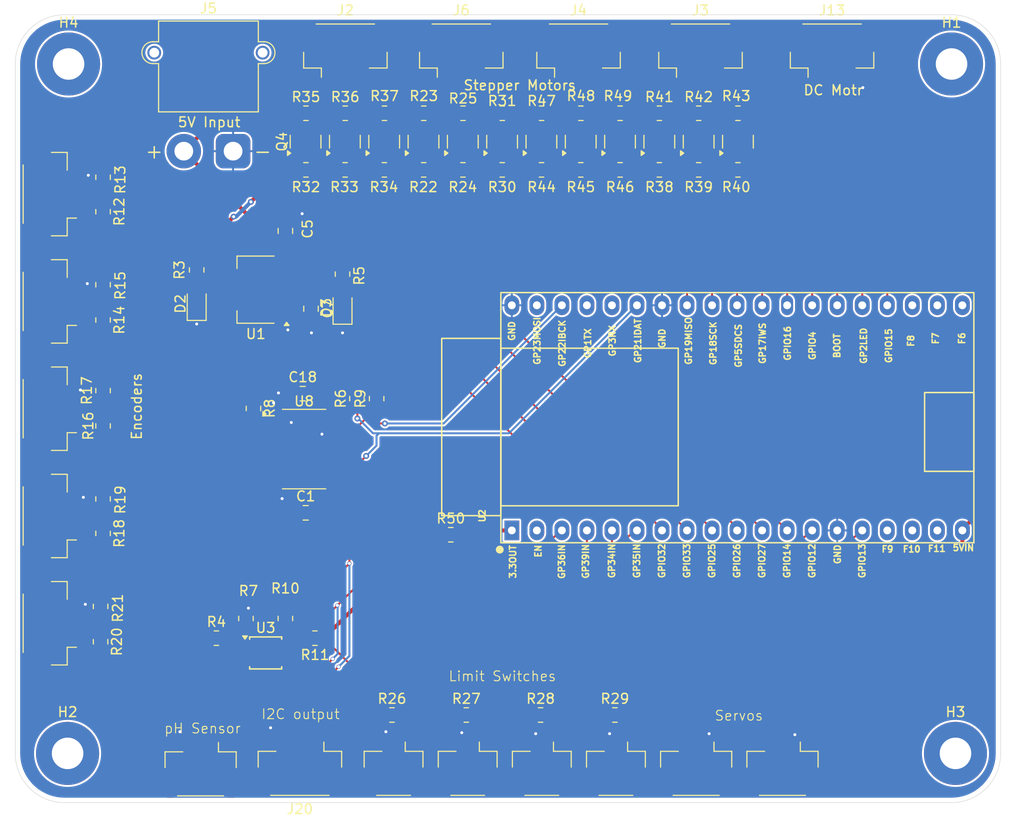
<source format=kicad_pcb>
(kicad_pcb (version 20241229) (generator "pcbnew") (generator_version "9.0")
  (layers (0 "F.Cu" signal) (2 "B.Cu" signal) (13 "F.Paste" user) (15 "B.Paste" user) (5 "F.SilkS" user "F.Silkscreen") (7 "B.SilkS" user "B.Silkscreen") (1 "F.Mask" user) (3 "B.Mask" user) (25 "Edge.Cuts" user))
  (net 0 "")
  (net 1 "GND")
  (net 2 "+3.3V")
  (net 3 "+5P")
  (net 4 "Net-(D2-A)")
  (net 5 "Net-(D3-A)")
  (net 6 "Net-(J2-Pin_1)")
  (net 7 "Net-(J2-Pin_4)")
  (net 8 "Net-(J2-Pin_3)")
  (net 9 "Net-(J3-Pin_1)")
  (net 10 "Net-(J3-Pin_4)")
  (net 11 "Net-(J3-Pin_3)")
  (net 12 "Net-(J4-Pin_1)")
  (net 13 "Net-(J4-Pin_3)")
  (net 14 "Net-(J4-Pin_4)")
  (net 15 "Net-(J6-Pin_3)")
  (net 16 "Net-(J6-Pin_1)")
  (net 17 "Net-(J6-Pin_4)")
  (net 18 "/SC0")
  (net 19 "/SDO")
  (net 20 "/SC1")
  (net 21 "/SD1")
  (net 22 "/SD2")
  (net 23 "/SC2")
  (net 24 "/SC3")
  (net 25 "/SD3")
  (net 26 "/SD4")
  (net 27 "/SC4")
  (net 28 "/ESP_SDA")
  (net 29 "/ESP_SCL")
  (net 30 "/IN1")
  (net 31 "/IN2")
  (net 32 "/ENA")
  (net 33 "/Servo_0")
  (net 34 "/Servo_1")
  (net 35 "/LS_0")
  (net 36 "/LS_1")
  (net 37 "/LS_2")
  (net 38 "/LS_3")
  (net 39 "/ENA_0")
  (net 40 "/DIR_0")
  (net 41 "/PUL_0")
  (net 42 "/ENA_1")
  (net 43 "/DIR_1")
  (net 44 "/PUL_1")
  (net 45 "/ENA_2")
  (net 46 "/DIR_2")
  (net 47 "/PUL_2")
  (net 48 "/ENA_3")
  (net 49 "/DIR_3")
  (net 50 "/PUL_3")
  (net 51 "Net-(U3-ALERT{slash}RDY)")
  (net 52 "Net-(U3-ADDR)")
  (net 53 "Net-(U8-~{RESET})")
  (net 54 "Net-(U2-3.3V)")
  (net 74 "/PH_reading")
  (footprint "Resistor_SMD:R_0805_2012Metric" (layer "F.Cu") (at 102.925 75.75)
    (property "Reference" "R40")
    (property "Value" "10k")
  )
  (footprint "MountingHole:MountingHole_3.2mm_M3_Pad_TopBottom" (layer "F.Cu") (at 34.9 135)
    (property "Reference" "H2")
    (property "Value" "MountingHole")
  )
  (footprint "Package_TO_SOT_SMD:SOT-23" (layer "F.Cu") (at 75.004544 72.8875 90)
    (property "Reference" "Q2" (hide yes))
    (property "Value" "BSS138")
  )
  (footprint "Connector_JST:JST_GH_BM04B-GHS-TBT_1x04-1MP_P1.25mm_Vertical" (layer "F.Cu") (at 33 100 90)
    (property "Reference" "J9" (hide yes))
    (property "Value" "Conn_01x04")
  )
  (footprint "Package_TO_SOT_SMD:SOT-23" (layer "F.Cu") (at 71.015908 72.8875 90)
    (property "Reference" "Q1" (hide yes))
    (property "Value" "BSS138")
  )
  (footprint "Connector_JST:JST_GH_BM02B-GHS-TBT_1x02-1MP_P1.25mm_Vertical" (layer "F.Cu") (at 67.978572 136.65 180)
    (property "Reference" "J16" (hide yes))
    (property "Value" "Conn_01x02")
  )
  (footprint "Resistor_SMD:R_0805_2012Metric" (layer "F.Cu") (at 59.0875 75.75)
    (property "Reference" "R32")
    (property "Value" "10k")
  )
  (footprint "Package_TO_SOT_SMD:SOT-23" (layer "F.Cu") (at 86.970452 72.8875 90)
    (property "Reference" "Q11" (hide yes))
    (property "Value" "BSS138")
  )
  (footprint "Package_TO_SOT_SMD:SOT-23" (layer "F.Cu") (at 98.93636 72.8875 90)
    (property "Reference" "Q8" (hide yes))
    (property "Value" "BSS138")
  )
  (footprint "Package_TO_SOT_SMD:SOT-23" (layer "F.Cu") (at 67.027272 72.8875 90)
    (property "Reference" "Q6" (hide yes))
    (property "Value" "BSS138")
  )
  (footprint "Package_TO_SOT_SMD:SOT-23" (layer "F.Cu") (at 63.038636 72.8875 90)
    (property "Reference" "Q5" (hide yes))
    (property "Value" "BSS138")
  )
  (footprint "Package_TO_SOT_SMD:SOT-23" (layer "F.Cu") (at 59.05 72.8875 90)
    (property "Reference" "Q4")
    (property "Value" "BSS138")
  )
  (footprint "Resistor_SMD:R_0805_2012Metric" (layer "F.Cu") (at 67.057954 70 180)
    (property "Reference" "R37")
    (property "Value" "10k")
  )
  (footprint "Resistor_SMD:R_0805_2012Metric" (layer "F.Cu") (at 38.5 109.1625 90)
    (property "Reference" "R19")
    (property "Value" "10k")
  )
  (footprint "Resistor_SMD:R_0805_2012Metric" (layer "F.Cu") (at 57 121.3 -90)
    (property "Reference" "R10")
    (property "Value" "10k")
  )
  (footprint "Resistor_SMD:R_0805_2012Metric" (layer "F.Cu") (at 71.043181 70 180)
    (property "Reference" "R23")
    (property "Value" "10k")
  )
  (footprint "Connector_JST:JST_GH_BM04B-GHS-TBT_1x04-1MP_P1.25mm_Vertical" (layer "F.Cu") (at 112.475 63.55)
    (property "Reference" "J13")
    (property "Value" "Conn_01x04")
  )
  (footprint "Resistor_SMD:R_0805_2012Metric" (layer "F.Cu") (at 79.013635 70 180)
    (property "Reference" "R31")
    (property "Value" "10k")
  )
  (footprint "Resistor_SMD:R_0805_2012Metric" (layer "F.Cu") (at 60 123.3 180)
    (property "Reference" "R11")
    (property "Value" "10k")
  )
  (footprint "Resistor_SMD:R_0805_2012Metric" (layer "F.Cu") (at 38.5 80 -90)
    (property "Reference" "R12")
    (property "Value" "10k")
  )
  (footprint "Connector_JST:JST_GH_BM04B-GHS-TBT_1x04-1MP_P1.25mm_Vertical" (layer "F.Cu") (at 58.475 136.65 180)
    (property "Reference" "J20")
    (property "Value" "Conn_01x04")
  )
  (footprint "Resistor_SMD:R_0805_2012Metric" (layer "F.Cu") (at 63.072727 70)
    (property "Reference" "R36")
    (property "Value" "10k")
  )
  (footprint "Connector_JST:JST_GH_BM03B-GHS-TBT_1x03-1MP_P1.25mm_Vertical" (layer "F.Cu") (at 98.684284 136.65 180)
    (property "Reference" "J14" (hide yes))
    (property "Value" "Conn_01x03")
  )
  (footprint "Resistor_SMD:R_0805_2012Metric" (layer "F.Cu") (at 90.440476 131.1)
    (property "Reference" "R29")
    (property "Value" "10k")
  )
  (footprint "Resistor_SMD:R_0805_2012Metric" (layer "F.Cu") (at 82.998862 70)
    (property "Reference" "R47")
    (property "Value" "10k")
  )
  (footprint "Connector_JST:JST_GH_BM03B-GHS-TBT_1x03-1MP_P1.25mm_Vertical" (layer "F.Cu") (at 48.4 136.7 180)
    (property "Reference" "J1" (hide yes))
    (property "Value" "Conn_01x03")
  )
  (footprint "Package_TO_SOT_SMD:SOT-23" (layer "F.Cu") (at 90.959088 72.8875 90)
    (property "Reference" "Q12" (hide yes))
    (property "Value" "BSS138")
  )
  (footprint "Resistor_SMD:R_0805_2012Metric" (layer "F.Cu") (at 102.925 70 180)
    (property "Reference" "R43")
    (property "Value" "10k")
  )
  (footprint "Resistor_SMD:R_0805_2012Metric" (layer "F.Cu") (at 94.952267 75.75)
    (property "Reference" "R38")
    (property "Value" "10k")
  )
  (footprint "LED_SMD:LED_0805_2012Metric" (layer "F.Cu") (at 48 89.35 90)
    (property "Reference" "D2")
    (property "Value" "LED")
  )
  (footprint "Resistor_SMD:R_0805_2012Metric" (layer "F.Cu") (at 86.984089 70)
    (property "Reference" "R48")
    (property "Value" "10k")
  )
  (footprint "Resistor_SMD:R_0805_2012Metric" (layer "F.Cu") (at 63.061363 75.75)
    (property "Reference" "R33")
    (property "Value" "10k")
  )
  (footprint "Package_TO_SOT_SMD:SOT-23" (layer "F.Cu") (at 102.925 72.8875 90)
    (property "Reference" "Q9" (hide yes))
    (property "Value" "BSS138")
  )
  (footprint "Resistor_SMD:R_0805_2012Metric" (layer "F.Cu") (at 66.2625 98.975 90)
    (property "Reference" "R9")
    (property "Value" "10k")
  )
  (footprint "Connector_JST:JST_GH_BM04B-GHS-TBT_1x04-1MP_P1.25mm_Vertical" (layer "F.Cu") (at 86.75 63.55)
    (property "Reference" "J4")
    (property "Value" "Conn_01x04")
  )
  (footprint "Connector_JST:JST_GH_BM02B-GHS-TBT_1x02-1MP_P1.25mm_Vertical" (layer "F.Cu") (at 83.021428 136.65 180)
    (property "Reference" "J18" (hide yes))
    (property "Value" "Conn_01x02")
  )
  (footprint "Connector_JST:JST_GH_BM04B-GHS-TBT_1x04-1MP_P1.25mm_Vertical" (layer "F.Cu") (at 33 121.7875 90)
    (property "Reference" "J11" (hide yes))
    (property "Value" "Conn_01x04")
  )
  (footprint "Resistor_SMD:R_0805_2012Metric" (layer "F.Cu") (at 75.359524 131.1)
    (property "Reference" "R27")
    (property "Value" "10k")
  )
  (footprint "Resistor_SMD:R_0805_2012Metric" (layer "F.Cu") (at 38.5 112.6625 -90)
    (property "Reference" "R18")
    (property "Value" "10k")
  )
  (footprint "Resistor_SMD:R_0805_2012Metric" (layer "F.Cu") (at 38.25 123.6625 -90)
    (property "Reference" "R20")
    (property "Value" "10k")
  )
  (footprint "Resistor_SMD:R_0805_2012Metric" (layer "F.Cu") (at 53.7625 99.975 -90)
    (property "Reference" "R8")
    (property "Value" "10k")
  )
  (footprint "Resistor_SMD:R_0805_2012Metric" (layer "F.Cu") (at 75.028408 70)
    (property "Reference" "R25")
    (property "Value" "10k")
  )
  (footprint "Resistor_SMD:R_0805_2012Metric" (layer "F.Cu") (at 67.047726 75.75)
    (property "Reference" "R34")
    (property "Value" "10k")
  )
  (footprint "Connector_AMASS:AMASS_XT30PW-M_1x02_P2.50mm_Horizontal" (layer "F.Cu") (at 51.694013 73.85)
    (property "Reference" "J5")
    (property "Value" "Conn_01x02")
  )
  (footprint "Package_TO_SOT_SMD:SOT-23" (layer "F.Cu") (at 94.947724 72.8875 90)
    (property "Reference" "Q7" (hide yes))
    (property "Value" "BSS138")
  )
  (footprint "Resistor_SMD:R_0805_2012Metric" (layer "F.Cu") (at 98.93863 75.75)
    (property "Reference" "R39")
    (property "Value" "10k")
  )
  (footprint "Resistor_SMD:R_0805_2012Metric" (layer "F.Cu") (at 86.979541 75.75)
    (property "Reference" "R45")
    (property "Value" "10k")
  )
  (footprint "Capacitor_SMD:C_0805_2012Metric" (layer "F.Cu") (at 58.7625 98.475)
    (property "Reference" "C18")
    (property "Value" "1u")
  )
  (footprint "Resistor_SMD:R_0805_2012Metric" (layer "F.Cu") (at 82.9 131.1)
    (property "Reference" "R28")
    (property "Value" "10k")
  )
  (footprint "Package_TO_SOT_SMD:SOT-23" (layer "F.Cu") (at 78.99318 72.8875 90)
    (property "Reference" "Q3" (hide yes))
    (property "Value" "BSS138")
  )
  (footprint "Capacitor_SMD:C_0805_2012Metric" (layer "F.Cu") (at 57 81.95 90)
    (property "Reference" "C5")
    (property "Value" "10u")
  )
  (footprint "Resistor_SMD:R_0805_2012Metric" (layer "F.Cu") (at 73.7875 112.8)
    (property "Reference" "R50")
    (property "Value" "0R")
  )
  (footprint "Connector_JST:JST_GH_BM04B-GHS-TBT_1x04-1MP_P1.25mm_Vertical" (layer "F.Cu") (at 33 110.89375 90)
    (property "Reference" "J10" (hide yes))
    (property "Value" "Conn_01x04")
  )
  (footprint "Resistor_SMD:R_0805_2012Metric" (layer "F.Cu") (at 50 123.3)
    (property "Reference" "R4")
    (property "Value" "10k")
  )
  (footprint "Package_TO_SOT_SMD:SOT-223-3_TabPin2" (layer "F.Cu") (at 54 87.9125 180)
    (property "Reference" "U1")
    (property "Value" "AMS1117-3.3")
  )
  (footprint "MountingHole:MountingHole_3.2mm_M3_Pad_TopBottom" (layer "F.Cu") (at 125 135)
    (property "Reference" "H3")
    (property "Value" "MountingHole")
  )
  (footprint "Connector_JST:JST_GH_BM02B-GHS-TBT_1x02-1MP_P1.25mm_Vertical" (layer "F.Cu") (at 75.5 136.65 180)
    (property "Reference" "J17" (hide yes))
    (property "Value" "Conn_01x02")
  )
  (footprint "Capacitor_SMD:C_0805_2012Metric" (layer "F.Cu") (at 59.0625 110.575)
    (property "Reference" "C1")
    (property "Value" "1u")
  )
  (footprint "Resistor_SMD:R_0805_2012Metric" (layer "F.Cu") (at 38.5 98.1625 90)
    (property "Reference" "R17")
    (property "Value" "10k")
  )
  (footprint "Connector_JST:JST_GH_BM02B-GHS-TBT_1x02-1MP_P1.25mm_Vertical" (layer "F.Cu") (at 90.542856 136.65 180)
    (property "Reference" "J19" (hide yes))
    (property "Value" "Conn_01x02")
  )
  (footprint "Resistor_SMD:R_0805_2012Metric" (layer "F.Cu") (at 38.5 76.5 90)
    (property "Reference" "R13")
    (property "Value" "10k")
  )
  (footprint "MountingHole:MountingHole_3.2mm_M3_Pad_TopBottom" (layer "F.Cu") (at 124.6 65)
    (property "Reference" "H1")
    (property "Value" "MountingHole")
  )
  (footprint "Resistor_SMD:R_0805_2012Metric" (layer "F.Cu") (at 48 85.9125 -90)
    (property "Reference" "R3")
    (property "Value" "1k")
  )
  (footprint "Resistor_SMD:R_0805_2012Metric" (layer "F.Cu") (at 38.5 87.4125 90)
    (property "Reference" "R15")
    (property "Value" "10k")
  )
  (footprint "Resistor_SMD:R_0805_2012Metric" (layer "F.Cu") (at 53 121.3 90)
    (property "Reference" "R7")
    (property "Value" "10k")
  )
  (footprint "Package_TO_SOT_SMD:SOT-23" (layer "F.Cu") (at 82.981816 72.8875 90)
    (property "Reference" "Q10" (hide yes))
    (property "Value" "BSS138")
  )
  (footprint "Connector_JST:JST_GH_BM04B-GHS-TBT_1x04-1MP_P1.25mm_Vertical" (layer "F.Cu") (at 33 78.2125 90)
    (property "Reference" "J7" (hide yes))
    (property "Value" "Conn_01x04")
  )
  (footprint "Connector_JST:JST_GH_BM04B-GHS-TBT_1x04-1MP_P1.25mm_Vertical" (layer "F.Cu") (at 99.125 63.55)
    (property "Reference" "J3")
    (property "Value" "Conn_01x04")
  )
  (footprint "Resistor_SMD:R_0805_2012Metric" (layer "F.Cu") (at 90.965904 75.75)
    (property "Reference" "R46")
    (property "Value" "10k")
  )
  (footprint "Resistor_SMD:R_0805_2012Metric" (layer "F.Cu") (at 75.020452 75.75)
    (property "Reference" "R24")
    (property "Value" "10k")
  )
  (footprint "Resistor_SMD:R_0805_2012Metric" (layer "F.Cu") (at 38.25 120.075 90)
    (property "Reference" "R21")
    (property "Value" "10k")
  )
  (footprint "Resistor_SMD:R_0805_2012Metric" (layer "F.Cu") (at 90.969316 70 180)
    (property "Reference" "R49")
    (property "Value" "10k")
  )
  (footprint "Resistor_SMD:R_0805_2012Metric" (layer "F.Cu") (at 59.0875 70)
    (property "Reference" "R35")
    (property "Value" "10k")
  )
  (footprint "Connector_JST:JST_GH_BM03B-GHS-TBT_1x03-1MP_P1.25mm_Vertical" (layer "F.Cu") (at 107.445716 136.65 180)
    (property "Reference" "J15" (hide yes))
    (property "Value" "Conn_01x03")
  )
  (footprint "Resistor_SMD:R_0805_2012Metric" (layer "F.Cu") (at 38.5 91 -90)
    (property "Reference" "R14")
    (property "Value" "10k")
  )
  (footprint "Package_SO:TSSOP-24_4.4x7.8mm_P0.65mm" (layer "F.Cu") (at 58.9 104.1)
    (property "Reference" "U8")
    (property "Value" "TCA9548APWR")
  )
  (footprint "MountingHole:MountingHole_3.2mm_M3_Pad_TopBottom" (layer "F.Cu") (at 35 65)
    (property "Reference" "H4")
    (property "Value" "MountingHole")
  )
  (footprint "Resistor_SMD:R_0805_2012Metric" (layer "F.Cu") (at 82.993178 75.75)
    (property "Reference" "R44")
    (property "Value" "10k")
  )
  (footprint "Resistor_SMD:R_0805_2012Metric" (layer "F.Cu") (at 71.034089 75.75)
    (property "Reference" "R22")
    (property "Value" "10k")
  )
  (footprint "LED_SMD:LED_0805_2012Metric" (layer "F.Cu") (at 62.8 89.7375 90)
    (property "Reference" "D3")
    (property "Value" "LED")
  )
  (footprint "Resistor_SMD:R_0805_2012Metric" (layer "F.Cu") (at 64.2625 98.975 90)
    (property "Reference" "R6")
    (property "Value" "10k")
  )
  (footprint "ESP32_DevKit_38pin:Z_ESP32_DevKitC_38pin_socket" (layer "F.Cu") (at 79.98 112.36 90)
    (property "Reference" "U2")
    (property "Value" "~")
  )
  (footprint "Connector_JST:JST_GH_BM04B-GHS-TBT_1x04-1MP_P1.25mm_Vertical" (layer "F.Cu") (at 33 89.10625 90)
    (property "Reference" "J8" (hide yes))
    (property "Value" "Conn_01x04")
  )
  (footprint "Resistor_SMD:R_0805_2012Metric" (layer "F.Cu") (at 79.006815 75.75)
    (property "Reference" "R30")
    (property "Value" "10k")
  )
  (footprint "Resistor_SMD:R_0805_2012Metric" (layer "F.Cu") (at 38.5 101.75 -90)
    (property "Reference" "R16")
    (property "Value" "10k")
  )
  (footprint "Resistor_SMD:R_0805_2012Metric" (layer "F.Cu") (at 67.819048 131.1)
    (property "Reference" "R26")
    (property "Value" "10k")
  )
  (footprint "Resistor_SMD:R_0805_2012Metric" (layer "F.Cu") (at 94.954543 70)
    (property "Reference" "R41")
    (property "Value" "10k")
  )
  (footprint "Connector_JST:JST_GH_BM04B-GHS-TBT_1x04-1MP_P1.25mm_Vertical" (layer "F.Cu") (at 63.0875 63.55)
    (property "Reference" "J2")
    (property "Value" "Conn_01x04")
  )
  (footprint "Package_SO:TSSOP-10_3x3mm_P0.5mm" (layer "F.Cu") (at 55 124.8)
    (property "Reference" "U3")
    (property "Value" "ADS1115IDGS")
  )
  (footprint "Connector_JST:JST_GH_BM04B-GHS-TBT_1x04-1MP_P1.25mm_Vertical" (layer "F.Cu") (at 74.85 63.55)
    (property "Reference" "J6")
    (property "Value" "Conn_01x04")
  )
  (footprint "Resistor_SMD:R_0805_2012Metric" (layer "F.Cu") (at 98.93977 70)
    (property "Reference" "R42")
    (property "Value" "10k")
  )
  (footprint "Capacitor_SMD:C_0805_2012Metric" (layer "F.Cu") (at 59.6 89.85 -90)
    (property "Reference" "C7")
    (property "Value" "10u")
  )
  (footprint "Resistor_SMD:R_0805_2012Metric" (layer "F.Cu") (at 62.8 86.3375 -90)
    (property "Reference" "R5")
    (property "Value" "1k")
  )
  (gr_line (start 29.585987 135) (end 29.585987 65) (stroke (width 0.05)) (layer "Edge.Cuts"))
  (gr_line (start 124.585987 140) (end 34.585987 140) (stroke (width 0.05)) (layer "Edge.Cuts"))
  (gr_arc (start 129.585987 135) (mid 128.12152 138.535529) (end 124.585987 140) (stroke (width 0.05)) (layer "Edge.Cuts"))
  (gr_arc (start 29.585987 65) (mid 31.050453 61.464466) (end 34.585987 60) (stroke (width 0.05)) (layer "Edge.Cuts"))
  (gr_arc (start 34.585987 140) (mid 31.050453 138.535534) (end 29.585987 135) (stroke (width 0.05)) (layer "Edge.Cuts"))
  (gr_line (start 34.585987 60) (end 124.585987 60) (stroke (width 0.05)) (layer "Edge.Cuts"))
  (gr_arc (start 124.585987 60) (mid 128.121529 61.464461) (end 129.585987 65) (stroke (width 0.05)) (layer "Edge.Cuts"))
  (gr_line (start 129.585987 65) (end 129.585987 135) (stroke (width 0.05)) (layer "Edge.Cuts"))
  (gr_text "Stepper Motors" (at 75 67.75 0) (layer "F.SilkS") (effects (font (size 1 1)) (justify left bottom)))
  (gr_text "I2C output" (at 54.5 131.6 0) (layer "F.SilkS") (effects (font (size 1 1) (thickness 0.1)) (justify left bottom)))
  (gr_text "Encoders" (at 42.5 103.25 90) (layer "F.SilkS") (effects (font (size 1 1)) (justify left bottom)))
  (gr_text "DC Motr" (at 109.5 68.25 0) (layer "F.SilkS") (effects (font (size 1 1)) (justify left bottom)))
  (gr_text "5V Input" (at 46 71.5 0) (layer "F.SilkS") (effects (font (size 1 1)) (justify left bottom)))
  (gr_text "Servos" (at 100.5 131.75 0) (layer "F.SilkS") (effects (font (size 1 1) (thickness 0.1)) (justify left bottom)))
  (gr_text "pH Sensor" (at 44.65 133.05 0) (layer "F.SilkS") (effects (font (size 1 1) (thickness 0.1)) (justify left bottom)))
  (gr_text "Limit Switches" (at 73.5 127.75 0) (layer "F.SilkS") (effects (font (size 1 1) (thickness 0.1)) (justify left bottom)))
  (segment (start 56.66875 109.13125) (end 58.1125 110.575) (width 0.2) (layer "F.Cu") (net 1))
  (segment (start 47.15 134.75) (end 47.15 133.65) (width 0.2) (layer "F.Cu") (net 1))
  (segment (start 89.9 133.8) (end 89.917856 133.817856) (width 0.2) (layer "F.Cu") (net 1))
  (segment (start 67.2 132.8) (end 67.2 133.592856) (width 0.2) (layer "F.Cu") (net 1))
  (segment (start 56.6 133.5) (end 55.5 132.4) (width 0.2) (layer "F.Cu") (net 1))
  (segment (start 35.4 98.1) (end 35.375 98.125) (width 0.2) (layer "F.Cu") (net 1))
  (segment (start 36.7 119.8625) (end 35.25 119.8625) (width 0.2) (layer "F.Cu") (net 1))
  (segment (start 56.0375 107.7125) (end 56.0375 107.675) (width 0.2) (layer "F.Cu") (net 1))
  (segment (start 35.7 76.3375) (end 34.95 76.3375) (width 0.2) (layer "F.Cu") (net 1))
  (segment (start 60.775 102.475) (end 61.7625 102.475) (width 0.2) (layer "F.Cu") (net 1))
  (segment (start 89.917856 133.817856) (end 89.917856 134.7) (width 0.2) (layer "F.Cu") (net 1))
  (segment (start 67.2 133.592856) (end 67.353572 133.746428) (width 0.2) (layer "F.Cu") (net 1))
  (segment (start 59.647119 90.847119) (end 59.6 90.8) (width 0.4) (layer "F.Cu") (net 1))
  (segment (start 99.934284 133.634284) (end 99.934284 134.7) (width 0.2) (layer "F.Cu") (net 1))
  (segment (start 60.7125 102.586673) (end 60.7125 102.5375) (width 0.2) (layer "F.Cu") (net 1))
  (segment (start 57.6 101.4) (end 57.184491 101.4) (width 0.2) (layer "F.Cu") (net 1))
  (segment (start 115.6 66.9) (end 114.35 65.65) (width 0.2) (layer "F.Cu") (net 1))
  (segment (start 56.0375 100.2875) (end 56.0375 100.525) (width 0.2) (layer "F.Cu") (net 1))
  (segment (start 57.7 98.4) (end 57.775 98.475) (width 0.2) (layer "F.Cu") (net 1))
  (segment (start 35.375 98.125) (end 34.95 98.125) (width 0.2) (layer "F.Cu") (net 1))
  (segment (start 59.647119 92.3) (end 59.647119 90.847119) (width 0.4) (layer "F.Cu") (net 1))
  (segment (start 56.6 134.7) (end 56.6 133.5) (width 0.2) (layer "F.Cu") (net 1))
  (segment (start 35.2 119.9125) (end 34.95 119.9125) (width 0.2) (layer "F.Cu") (net 1))
  (segment (start 115.6 67.4) (end 115.6 66.9) (width 0.2) (layer "F.Cu") (net 1))
  (segment (start 35.23125 109.01875) (end 34.95 109.01875) (width 0.2) (layer "F.Cu") (net 1))
  (segment (start 36.9 87.3) (end 35.3 87.3) (width 0.2) (layer "F.Cu") (net 1))
  (segment (start 108.7 133.1) (end 108.7 134.4) (width 0.2) (layer "F.Cu") (net 1))
  (segment (start 54 124.425) (end 54 121.3875) (width 0.2) (layer "F.Cu") (net 1))
  (segment (start 74.875 133.825) (end 74.875 134.7) (width 0.2) (layer "F.Cu") (net 1))
  (segment (start 35.3 87.3) (end 35.23125 87.23125) (width 0.2) (layer "F.Cu") (net 1))
  (segment (start 47.15 133.65) (end 46.3 132.8) (width 0.2) (layer "F.Cu") (net 1))
  (segment (start 53 120.3875) (end 53.1125 120.3875) (width 0.2) (layer "F.Cu") (net 1))
  (segment (start 60.7125 102.5375) (end 60.775 102.475) (width 0.2) (layer "F.Cu") (net 1))
  (segment (start 48 91.4) (end 48 90.2875) (width 0.4) (layer "F.Cu") (net 1))
  (segment (start 82.4 133) (end 82.4 133.7) (width 0.2) (layer "F.Cu") (net 1))
  (segment (start 100 133.568568) (end 99.934284 133.634284) (width 0.2) (layer "F.Cu") (net 1))
  (segment (start 67.353572 133.746428) (end 67.353572 134.7) (width 0.2) (layer "F.Cu") (net 1))
  (segment (start 56.959491 101.175) (end 56.0375 101.175) (width 0.2) (layer "F.Cu") (net 1))
  (segment (start 57.25 90.5) (end 57.15 90.4) (width 0.2) (layer "F.Cu") (net 1))
  (segment (start 55.8 99.4) (end 55.8 100.05) (width 0.2) (layer "F.Cu") (net 1))
  (segment (start 53.625 124.8) (end 54 124.425) (width 0.2) (layer "F.Cu") (net 1))
  (segment (start 35.25 109) (end 35.23125 109.01875) (width 0.2) (layer "F.Cu") (net 1))
  (segment (start 57.15 90.4) (end 57.15 90.2125) (width 0.2) (layer "F.Cu") (net 1))
  (segment (start 62.8 90.675) (end 62.8 92.3) (width 0.4) (layer "F.Cu") (net 1))
  (segment (start 55.8 100.05) (end 56.0375 100.2875) (width 0.2) (layer "F.Cu") (net 1))
  (segment (start 57.8 80.2) (end 57 81) (width 0.4) (layer "F.Cu") (net 1))
  (segment (start 56.3 98.4) (end 57.7 98.4) (width 0.2) (layer "F.Cu") (net 1))
  (segment (start 114.35 65.65) (end 114.35 65.5) (width 0.2) (layer "F.Cu") (net 1))
  (segment (start 54 121.3875) (end 53 120.3875) (width 0.2) (layer "F.Cu") (net 1))
  (segment (start 57.25 92) (end 57.25 90.5) (width 0.4) (layer "F.Cu") (net 1))
  (segment (start 108.7 134.4) (end 108.695716 134.404284) (width 0.2) (layer "F.Cu") (net 1))
  (segment (start 82.4 133.7) (end 82.396428 133.703572) (width 0.2) (layer "F.Cu") (net 1))
  (segment (start 56.66875 109.13125) (end 56.66875 108.34375) (width 0.2) (layer "F.Cu") (net 1))
  (segment (start 74.9 133.8) (end 74.875 133.825) (width 0.2) (layer "F.Cu") (net 1))
  (segment (start 36.2 98.1) (end 35.4 98.1) (width 0.2) (layer "F.Cu") (net 1))
  (segment (start 74.9 132.9) (end 74.9 133.8) (width 0.2) (layer "F.Cu") (net 1))
  (segment (start 36.5 109) (end 35.25 109) (width 0.2) (layer "F.Cu") (net 1))
  (segment (start 37 76.3) (end 35.7375 76.3) (width 0.2) (layer "F.Cu") (net 1))
  (segment (start 53.1125 120.3875) (end 53.25 120.25) (width 0.2) (layer "F.Cu") (net 1))
  (segment (start 57.775 98.475) (end 57.8125 98.475) (width 0.2) (layer "F.Cu") (net 1))
  (segment (start 82.396428 133.703572) (end 82.396428 134.7) (width 0.2) (layer "F.Cu") (net 1))
  (segment (start 58.7 80.2) (end 57.8 80.2) (width 0.4) (layer "F.Cu") (net 1))
  (segment (start 89.9 133) (end 89.9 133.8) (width 0.2) (layer "F.Cu") (net 1))
  (segment (start 57.184491 101.4) (end 56.959491 101.175) (width 0.2) (layer "F.Cu") (net 1))
  (segment (start 35.23125 87.23125) (end 34.95 87.23125) (width 0.2) (layer "F.Cu") (net 1))
  (segment (start 100 133) (end 100 133.568568) (width 0.2) (layer "F.Cu") (net 1))
  (segment (start 52.85 124.8) (end 53.625 124.8) (width 0.2) (layer "F.Cu") (net 1))
  (segment (start 56.66875 108.34375) (end 56.0375 107.7125) (width 0.2) (layer "F.Cu") (net 1))
  (segment (start 35.7375 76.3) (end 35.7 76.3375) (width 0.2) (layer "F.Cu") (net 1))
  (segment (start 108.695716 134.404284) (end 108.695716 134.7) (width 0.2) (layer "F.Cu") (net 1))
  (segment (start 35.25 119.8625) (end 35.2 119.9125) (width 0.2) (layer "F.Cu") (net 1))
  (via (at 36.2 98.1) (size 0.6) (drill 0.3) (layers "F.Cu" "B.Cu") (net 1))
  (via (at 57.25 92) (size 0.6) (drill 0.3) (layers "F.Cu" "B.Cu") (net 1))
  (via (at 36.5 109) (size 0.6) (drill 0.3) (layers "F.Cu" "B.Cu") (net 1))
  (via (at 56.66875 109.13125) (size 0.6) (drill 0.3) (layers "F.Cu" "B.Cu") (net 1))
  (via (at 108.7 133.1) (size 0.6) (drill 0.3) (layers "F.Cu" "B.Cu") (net 1))
  (via (at 36.7 119.8625) (size 0.6) (drill 0.3) (layers "F.Cu" "B.Cu") (net 1))
  (via (at 89.9 133) (size 0.6) (drill 0.3) (layers "F.Cu" "B.Cu") (net 1))
  (via (at 36.9 87.3) (size 0.6) (drill 0.3) (layers "F.Cu" "B.Cu") (net 1))
  (via (at 37 76.3) (size 0.6) (drill 0.3) (layers "F.Cu" "B.Cu") (net 1))
  (via (at 60.7125 102.586673) (size 0.6) (drill 0.3) (layers "F.Cu" "B.Cu") (net 1))
  (via (at 55.8 99.4) (size 0.6) (drill 0.3) (layers "F.Cu" "B.Cu") (net 1))
  (via (at 57.6 101.4) (size 0.6) (drill 0.3) (layers "F.Cu" "B.Cu") (net 1))
  (via (at 115.6 67.4) (size 0.6) (drill 0.3) (layers "F.Cu" "B.Cu") (net 1))
  (via (at 62.8 92.3) (size 0.6) (drill 0.3) (layers "F.Cu" "B.Cu") (net 1))
  (via (at 59.647119 92.3) (size 0.6) (drill 0.3) (layers "F.Cu" "B.Cu") (net 1))
  (via (at 53.25 120.25) (size 0.6) (drill 0.3) (layers "F.Cu" "B.Cu") (net 1))
  (via (at 55.5 132.4) (size 0.4) (drill 0.3) (layers "F.Cu" "B.Cu") (net 1))
  (via (at 56.3 98.4) (size 0.6) (drill 0.3) (layers "F.Cu" "B.Cu") (net 1))
  (via (at 67.2 132.8) (size 0.6) (drill 0.3) (layers "F.Cu" "B.Cu") (net 1))
  (via (at 100 133) (size 0.6) (drill 0.3) (layers "F.Cu" "B.Cu") (net 1))
  (via (at 48 91.4) (size 0.6) (drill 0.3) (layers "F.Cu" "B.Cu") (net 1))
  (via (at 58.7 80.2) (size 0.6) (drill 0.3) (layers "F.Cu" "B.Cu") (net 1))
  (via (at 74.9 132.9) (size 0.6) (drill 0.3) (layers "F.Cu" "B.Cu") (net 1))
  (via (at 46.3 132.8) (size 0.6) (drill 0.3) (layers "F.Cu" "B.Cu") (net 1))
  (via (at 82.4 133) (size 0.6) (drill 0.3) (layers "F.Cu" "B.Cu") (net 1))
  (segment (start 73.5 132.047024) (end 73.5 135.9) (width 0.2) (layer "F.Cu") (net 2))
  (segment (start 67.63672 72.7875) (end 69.028408 72.7875) (width 0.2) (layer "F.Cu") (net 2))
  (segment (start 86.020452 75.703411) (end 86.067041 75.75) (width 0.2) (layer "F.Cu") (net 2))
  (segment (start 71.625356 72.7875) (end 73.017044 72.7875) (width 0.2) (layer "F.Cu") (net 2))
  (segment (start 78.565128 73.825) (end 79.602628 72.7875) (width 0.2) (layer "F.Cu") (net 2))
  (segment (start 87.5799 72.7875) (end 88.971588 72.7875) (width 0.2) (layer "F.Cu") (net 2))
  (segment (start 80.994316 72.7875) (end 82.031816 73.825) (width 0.2) (layer "F.Cu") (net 2))
  (segment (start 70.065908 75.694319) (end 70.121589 75.75) (width 0.2) (layer "F.Cu") (net 2))
  (segment (start 58.1 73.825) (end 58.621948 73.825) (width 0.2) (layer "F.Cu") (net 2))
  (segment (start 99.583308 72.75) (end 100.9 72.75) (width 0.2) (layer "F.Cu") (net 2))
  (segment (start 63.85 98.475) (end 64.2625 98.0625) (width 0.4) (layer "F.Cu") (net 2))
  (segment (start 88.5 132.127976) (end 89.527976 131.1) (width 0.2) (layer "F.Cu") (net 2))
  (segment (start 59.4125 124.8) (end 60.9125 123.3) (width 0.2) (layer "F.Cu") (net 2))
  (segment (start 32.701166 102.5) (end 32.7 102.5) (width 0.4) (layer "F.Cu") (net 2))
  (segment (start 72.875 112.8) (end 71.4125 112.8) (width 0.4) (layer "F.Cu") (net 2))
  (segment (start 74.054544 73.825) (end 74.576492 73.825) (width 0.2) (layer "F.Cu") (net 2))
  (segment (start 100.9 72.75) (end 101.975 73.825) (width 0.2) (layer "F.Cu") (net 2))
  (segment (start 33.65 80.6) (end 33.9625 80.9125) (width 0.4) (layer "F.Cu") (net 2))
  (segment (start 38.5 75.5875) (end 34.068026 75.5875) (width 0.4) (layer "F.Cu") (net 2))
  (segment (start 37.9 93.8) (end 38.5 93.2) (width 0.4) (layer "F.Cu") (net 2))
  (segment (start 56.75 75.75) (end 58.175 75.75) (width 0.4) (layer "F.Cu") (net 2))
  (segment (start 32.894916 91.8) (end 34.894916 93.8) (width 0.4) (layer "F.Cu") (net 2))
  (segment (start 33.65 98.7) (end 34.325 99.375) (width 0.4) (layer "F.Cu") (net 2))
  (segment (start 97.98636 73.825) (end 98.508308 73.825) (width 0.2) (layer "F.Cu") (net 2))
  (segment (start 98.508308 73.825) (end 99.583308 72.75) (width 0.2) (layer "F.Cu") (net 2))
  (segment (start 66.8 135.9) (end 73.5 135.9) (width 0.2) (layer "F.Cu") (net 2))
  (segment (start 38.5 108.25) (end 34.086776 108.25) (width 0.4) (layer "F.Cu") (net 2))
  (segment (start 50.85 87.9125) (end 48 85.0625) (width 0.4) (layer "F.Cu") (net 2))
  (segment (start 53.7625 99.0625) (end 55.475 97.35) (width 0.4) (layer "F.Cu") (net 2))
  (segment (start 49.0875 122.6) (end 52.3875 119.3) (width 0.4) (layer "F.Cu") (net 2))
  (segment (start 34.100001 121.1625) (end 34.95 121.1625) (width 0.4) (layer "F.Cu") (net 2))
  (segment (start 34.713666 126.3) (end 37.8 126.3) (width 0.4) (layer "F.Cu") (net 2))
  (segment (start 95.594672 72.75) (end 96.91136 72.75) (width 0.2) (layer "F.Cu") (net 2))
  (segment (start 38.5 113.575) (end 38.5 118.9125) (width 0.4) (layer "F.Cu") (net 2))
  (segment (start 56 121.3875) (end 56 124.3) (width 0.2) (layer "F.Cu") (net 2))
  (segment (start 62.088636 73.825) (end 62.610584 73.825) (width 0.2) (layer "F.Cu") (net 2))
  (segment (start 34.95 110.26875) (end 34.100001 110.26875) (width 0.4) (layer "F.Cu") (net 2))
  (segment (start 52.3875 119.3) (end 55.9125 119.3) (width 0.4) (layer "F.Cu") (net 2))
  (segment (start 60.726166 123.3) (end 60.9125 123.3) (width 0.4) (layer "F.Cu") (net 2))
  (segment (start 38.4 103.5) (end 33.701166 103.5) (width 0.4) (layer "F.Cu") (net 2))
  (segment (start 34.707416 115.4) (end 38.1 115.4) (width 0.4) (layer "F.Cu") (net 2))
  (segment (start 82.031816 73.825) (end 82.553764 73.825) (width 0.2) (layer "F.Cu") (net 2))
  (segment (start 81 135.9) (end 88.5 135.9) (width 0.2) (layer "F.Cu") (net 2))
  (segment (start 78.04318 75.698865) (end 78.094315 75.75) (width 0.2) (layer "F.Cu") (net 2))
  (segment (start 38.5 80.9125) (end 38.5 86.5) (width 0.4) (layer "F.Cu") (net 2))
  (segment (start 86.020452 73.825) (end 86.5424 73.825) (width 0.2) (layer "F.Cu") (net 2))
  (segment (start 73.017044 72.7875) (end 74.054544 73.825) (width 0.2) (layer "F.Cu") (net 2))
  (segment (start 55.475 97.35) (end 58.5875 97.35) (width 0.4) (layer "F.Cu") (net 2))
  (segment (start 34.325 99.375) (end 34.95 99.375) (width 0.4) (layer "F.Cu") (net 2))
  (segment (start 51.75 80.5) (end 50.85 81.4) (width 0.4) (layer "F.Cu") (net 2))
  (segment (start 90.531036 73.825) (end 91.568536 72.7875) (width 0.2) (layer "F.Cu") (net 2))
  (segment (start 101.975 73.825) (end 101.975 75.7125) (width 0.2) (layer "F.Cu") (net 2))
  (segment (start 81.9875 131.1) (end 81 132.0875) (width 0.2) (layer "F.Cu") (net 2))
  (segment (start 34.95 121.1625) (end 34.3375 121.1625) (width 0.4) (layer "F.Cu") (net 2))
  (segment (start 50.85 87.9125) (end 50.85 96.15) (width 0.4) (layer "F.Cu") (net 2))
  (segment (start 32.7 102.5) (end 32.7 100.6) (width 0.4) (layer "F.Cu") (net 2))
  (segment (start 97.98636 73.825) (end 97.98636 75.71023) (width 0.2) (layer "F.Cu") (net 2))
  (segment (start 57 120.3875) (end 56 121.3875) (width 0.2) (layer "F.Cu") (net 2))
  (segment (start 47.8125 124.575) (end 49.0875 123.3) (width 0.4) (layer "F.Cu") (net 2))
  (segment (start 33.65 120.712499) (end 34.100001 121.1625) (width 0.4) (layer "F.Cu") (net 2))
  (segment (start 59.7125 98.475) (end 63.85 98.475) (width 0.4) (layer "F.Cu") (net 2))
  (segment (start 60.0125 98.775) (end 59.7125 98.475) (width 0.4) (layer "F.Cu") (net 2))
  (segment (start 58.1 73.825) (end 58.1 75.675) (width 0.2) (layer "F.Cu") (net 2))
  (segment (start 88.5 135.9) (end 88.5 132.127976) (width 0.2) (layer "F.Cu") (net 2))
  (segment (start 33.6 125.186334) (end 34.713666 126.3) (width 0.4) (layer "F.Cu") (net 2))
  (segment (start 33.7 110.05) (end 33.91875 110.26875) (width 0.4) (layer "F.Cu") (net 2))
  (segment (start 62.610584 73.825) (end 63.685584 72.75) (width 0.2) (layer "F.Cu") (net 2))
  (segment (start 33.91875 110.26875) (end 34.95 110.26875) (width 0.4) (layer "F.Cu") (net 2))
  (segment (start 61.7625 100.525) (end 60.2375 100.525) (width 0.4) (layer "F.Cu") (net 2))
  (segment (start 32.9 91.8) (end 32.894916 91.8) (width 0.4) (layer "F.Cu") (net 2))
  (segment (start 60.2375 100.525) (end 60.0125 100.3) (width 0.4) (layer "F.Cu") (net 2))
  (segment (start 74.054544 73.825) (end 74.054544 75.696592) (width 0.2) (layer "F.Cu") (net 2))
  (segment (start 38.5 91.9125) (end 38.5 97.25) (width 0.4) (layer "F.Cu") (net 2))
  (segment (start 60.0125 110.575) (end 60.0125 100.3) (width 0.4) (layer "F.Cu") (net 2))
  (segment (start 34.068026 119.1625) (end 33.65 119.580526) (width 0.4) (layer "F.Cu") (net 2))
  (segment (start 73.5 135.9) (end 81 135.9) (width 0.2) (layer "F.Cu") (net 2))
  (segment (start 69.028408 72.7875) (end 70.065908 73.825) (width 0.2) (layer "F.Cu") (net 2))
  (segment (start 79.602628 72.7875) (end 80.994316 72.7875) (width 0.2) (layer "F.Cu") (net 2))
  (segment (start 33.65 119.580526) (end 33.65 120.712499) (width 0.4) (layer "F.Cu") (net 2))
  (segment (start 38.5 114.8) (end 38.5 113.575) (width 0.4) (layer "F.Cu") (net 2))
  (segment (start 66.303572 135.403572) (end 66.8 135.9) (width 0.2) (layer "F.Cu") (net 2))
  (segment (start 90.009088 73.825) (end 90.009088 75.705684) (width 0.2) (layer "F.Cu") (net 2))
  (segment (start 57.85 135.549999) (end 57.85 134.7) (width 0.2) (layer "F.Cu") (net 2))
  (segment (start 82.031816 73.825) (end 82.031816 75.701138) (width 0.2) (layer "F.Cu") (net 2))
  (segment (start 33.9625 80.9125) (end 38.5 80.9125) (width 0.4) (layer "F.Cu") (net 2))
  (segment (start 66.303572 131.702976) (end 66.303572 135.403572) (width 0.2) (layer "F.Cu") (net 2))
  (segment (start 34.068026 75.5875) (end 33.7 75.955526) (width 0.4) (layer "F.Cu") (net 2))
  (segment (start 34.95 77.5875) (end 34.100001 77.5875) (width 0.4) (layer "F.Cu") (net 2))
  (segment (start 50.85 96.15) (end 53.7625 99.0625) (width 0.4) (layer "F.Cu") (net 2))
  (segment (start 62.088636 75.689773) (end 62.148863 75.75) (width 0.2) (layer "F.Cu") (net 2))
  (segment (start 90.009088 73.825) (end 90.531036 73.825) (width 0.2) (layer "F.Cu") (net 2))
  (segment (start 58.5875 97.35) (end 59.7125 98.475) (width 0.4) (layer "F.Cu") (net 2))
  (segment (start 38.4 102.7625) (end 38.4 103.5) (width 0.4) (layer "F.Cu") (net 2))
  (segment (start 34.086776 108.25) (end 33.7 108.636776) (width 0.4) (layer "F.Cu") (net 2))
  (segment (start 34.193026 97.25) (end 33.65 97.793026) (width 0.4) (layer "F.Cu") (net 2))
  (segment (start 53.5 79) (end 56.75 75.75) (width 0.4) (layer "F.Cu") (net 2))
  (segment (start 38.5 86.5) (end 34.049276 86.5) (width 0.4) (layer "F.Cu") (net 2))
  (segment (start 34.894916 93.8) (end 37.9 93.8) (width 0.4) (layer "F.Cu") (net 2))
  (segment (start 38.1 115.4) (end 38.1 115.2) (width 0.4) (layer "F.Cu") (net 2))
  (segment (start 74.447024 131.1) (end 73.5 132.047024) (width 0.2) (layer "F.Cu") (net 2))
  (segment (start 38.5 102.6625) (end 38.4 102.7625) (width 0.4) (layer "F.Cu") (net 2))
  (segment (start 32.7 100.6) (end 33.925 99.375) (width 0.4) (layer "F.Cu") (net 2))
  (segment (start 57.15 87.9125) (end 58.6125 87.9125) (width 0.4) (layer "F.Cu") (net 2))
  (segment (start 33.925 99.375) (end 34.95 99.375) (width 0.4) (layer "F.Cu") (net 2))
  (segment (start 60.0125 100.3) (end 60.0125 98.775) (width 0.4) (layer "F.Cu") (net 2))
  (segment (start 33.7 108.636776) (end 33.7 110.05) (width 0.4) (layer "F.Cu") (net 2))
  (segment (start 34.049276 86.5) (end 33.65 86.899276) (width 0.4) (layer "F.Cu") (net 2))
  (segment (start 48 85.0625) (end 48 85) (width 0.4) (layer "F.Cu") (net 2))
  (segment (start 38.5 118.9125) (end 38.25 119.1625) (width 0.4) (layer "F.Cu") (net 2))
  (segment (start 57.85 126.3625) (end 60.9125 123.3) (width 0.2) (layer "F.Cu") (net 2))
  (segment (start 37.8 126.3) (end 38.25 125.85) (width 0.4) (layer "F.Cu") (net 2))
  (segment (start 66.077272 75.692046) (end 66.135226 75.75) (width 0.2) (layer "F.Cu") (net 2))
  (segment (start 78.04318 73.825) (end 78.565128 73.825) (width 0.2) (layer "F.Cu") (net 2))
  (segment (start 88.971588 72.7875) (end 90.009088 73.825) (width 0.2) (layer "F.Cu") (net 2))
  (segment (start 59.659448 72.7875) (end 61.051136 72.7875) (width 0.2) (layer "F.Cu") (net 2))
  (segment (start 97.98636 75.71023) (end 98.02613 75.75) (width 0.2) (layer "F.Cu") (net 2))
  (segment (start 74.054544 75.696592) (end 74.107952 75.75) (width 0.2) (layer "F.Cu") (net 2))
  (segment (start 38.25 125.85) (end 38.25 124.575) (width 0.4) (layer "F.Cu") (net 2))
  (segment (start 78.04318 73.825) (end 78.04318 75.698865) (width 0.2) (layer "F.Cu") (net 2))
  (segment (start 61.051136 72.7875) (end 62.088636 73.825) (width 0.2) (layer "F.Cu") (net 2))
  (segment (start 55.9125 119.3) (end 57 120.3875) (width 0.4) (layer "F.Cu") (net 2))
  (segment (start 70.065908 73.825) (end 70.065908 75.694319) (width 0.2) (layer "F.Cu") (net 2))
  (segment (start 82.553764 73.825) (end 83.591264 72.7875) (width 0.2) (layer "F.Cu") (net 2))
  (segment (start 33.65 86.899276) (end 33.65 88.031249) (width 0.4) (layer "F.Cu") (net 2))
  (segment (start 93.997724 75.707957) (end 94.039767 75.75) (width 0.2) (layer "F.Cu") (net 2))
  (segment (start 66.906548 129.294048) (end 66.906548 131.1) (width 0.2) (layer "F.Cu") (net 2))
  (segment (start 90.009088 75.705684) (end 90.053404 75.75) (width 0.2) (layer "F.Cu") (net 2))
  (segment (start 38.5 102.6625) (end 38.5 108.25) (width 0.4) (layer "F.Cu") (net 2))
  (segment (start 33.701166 103.5) (end 32.701166 102.5) (width 0.4) (layer "F.Cu") (net 2))
  (segment (start 38.1 115.2) (end 38.5 114.8) (width 0.4) (layer "F.Cu") (net 2))
  (segment (start 48.4 134.75) (end 48.4 135.599999) (width 0.2) (layer "F.Cu") (net 2))
  (segment (start 66.2625 98.0625) (end 64.2625 98.0625) (width 0.4) (layer "F.Cu") (net 2))
  (segment (start 93.997724 73.825) (end 94.519672 73.825) (width 0.2) (layer "F.Cu") (net 2))
  (segment (start 57.498999 135.901) (end 57.85 135.549999) (width 0.2) (layer "F.Cu") (net 2))
  (segment (start 65.002272 72.75) (end 66.077272 73.825) (width 0.2) (layer "F.Cu") (net 2))
  (segment (start 38.25 119.1625) (end 34.068026 119.1625) (width 0.4) (layer "F.Cu") (net 2))
  (segment (start 38.25 124.575) (end 47.8125 124.575) (width 0.4) (layer "F.Cu") (net 2))
  (segment (start 49.0875 123.3) (end 49.0875 122.6) (width 0.4) (layer "F.Cu") (net 2))
  (segment (start 33.53125 88.48125) (end 34.95 88.48125) (width 0.4) (layer "F.Cu") (net 2))
  (segment (start 60.9125 123.3) (end 66.906548 129.294048) (width 0.2) (layer "F.Cu") (net 2))
  (segment (start 84.982952 72.7875) (end 86.020452 73.825) (width 0.2) (layer "F.Cu") (net 2))
  (segment (start 92.960224 72.7875) (end 93.997724 73.825) (width 0.2) (layer "F.Cu") (net 2))
  (segment (start 58.1 75.675) (end 58.175 75.75) (width 0.2) (layer "F.Cu") (net 2))
  (segment (start 38.5 97.25) (end 34.193026 97.25) (width 0.4) (layer "F.Cu") (net 2))
  (segment (start 101.975 75.7125) (end 102.0125 75.75) (width 0.2) (layer "F.Cu") (net 2))
  (segment (start 83.591264 72.7875) (end 84.982952 72.7875) (width 0.2) (layer "F.Cu") (net 2))
  (segment (start 34.100001 88.48125) (end 34.95 88.48125) (width 0.4) (layer "F.Cu") (net 2))
  (segment (start 33 111.368751) (end 33 113.71875) (width 0.4) (layer "F.Cu") (net 2))
  (segment (start 33.026166 113.71875) (end 34.707416 115.4) (width 0.4) (layer "F.Cu") (net 2))
  (segment (start 38.5 93.2) (end 38.5 91.9125) (width 0.4) (layer "F.Cu") (net 2))
  (segment (start 81 135.9) (end 81 132.0875) (width 0.2) (layer "F.Cu") (net 2))
  (segment (start 33.65 88.031249) (end 34.100001 88.48125) (width 0.4) (layer "F.Cu") (net 2))
  (segment (start 33 113.71875) (end 33.026166 113.71875) (width 0.4) (layer "F.Cu") (net 2))
  (segment (start 33.65 78.037501) (end 33.65 80.6) (width 0.4) (layer "F.Cu") (net 2))
  (segment (start 93.997724 73.825) (end 93.997724 75.707957) (width 0.2) (layer "F.Cu") (net 2))
  (segment (start 77.00568 72.7875) (end 78.04318 73.825) (width 0.2) (layer "F.Cu") (net 2))
  (segment (start 50.85 87.9125) (end 38.525 75.5875) (width 0.4) (layer "F.Cu") (net 2))
  (segment (start 57.15 124.8) (end 59.4125 124.8) (width 0.2) (layer "F.Cu") (net 2))
  (segment (start 66.59922 73.825) (end 67.63672 72.7875) (width 0.2) (layer "F.Cu") (net 2))
  (segment (start 33.7 77.35) (end 33.9375 77.5875) (width 0.4) (layer "F.Cu") (net 2))
  (segment (start 33.6 121.9) (end 33.6 125.186334) (width 0.4) (layer "F.Cu") (net 2))
  (segment (start 58.621948 73.825) (end 59.659448 72.7875) (width 0.2) (layer "F.Cu") (net 2))
  (segment (start 74.576492 73.825) (end 75.613992 72.7875) (width 0.2) (layer "F.Cu") (net 2))
  (segment (start 91.568536 72.7875) (end 92.960224 72.7875) (width 0.2) (layer "F.Cu") (net 2))
  (segment (start 70.587856 73.825) (end 71.625356 72.7875) (width 0.2) (layer "F.Cu") (net 2))
  (segment (start 48.701001 135.901) (end 57.498999 135.901) (width 0.2) (layer "F.Cu") (net 2))
  (segment (start 34.100001 110.26875) (end 33 111.368751) (width 0.4) (layer "F.Cu") (net 2))
  (segment (start 66.906548 131.1) (end 66.303572 131.702976) (width 0.2) (layer "F.Cu") (net 2))
  (segment (start 48.4 135.599999) (end 48.701001 135.901) (width 0.2) (layer "F.Cu") (net 2))
  (segment (start 50.85 81.4) (end 50.85 87.9125) (width 0.4) (layer "F.Cu") (net 2))
  (segment (start 33.65 97.793026) (end 33.65 98.7) (width 0.4) (layer "F.Cu") (net 2))
  (segment (start 71.4125 112.8) (end 60.9125 123.3) (width 0.4) (layer "F.Cu") (net 2))
  (segment (start 38.525 75.5875) (end 38.5 75.5875) (width 0.4) (layer "F.Cu") (net 2))
  (segment (start 63.685584 72.75) (end 65.002272 72.75) (width 0.2) (layer "F.Cu") (net 2))
  (segment (start 70.065908 73.825) (end 70.587856 73.825) (width 0.2) (layer "F.Cu") (net 2))
  (segment (start 34.100001 77.5875) (end 33.65 78.037501) (width 0.4) (layer "F.Cu") (net 2))
  (segment (start 82.031816 75.701138) (end 82.080678 75.75) (width 0.2) (layer "F.Cu") (net 2))
  (segment (start 62.088636 73.825) (end 62.088636 75.689773) (width 0.2) (layer "F.Cu") (net 2))
  (segment (start 94.519672 73.825) (end 95.594672 72.75) (width 0.2) (layer "F.Cu") (net 2))
  (segment (start 50.85 87.9125) (end 57.15 87.9125) (width 0.4) (layer "F.Cu") (net 2))
  (segment (start 86.5424 73.825) (end 87.5799 72.7875) (width 0.2) (layer "F.Cu") (net 2))
  (segment (start 56 124.3) (end 56.5 124.8) (width 0.2) (layer "F.Cu") (net 2))
  (segment (start 33.9375 77.5875) (end 34.95 77.5875) (width 0.4) (layer "F.Cu") (net 2))
  (segment (start 33.7 75.955526) (end 33.7 77.35) (width 0.4) (layer "F.Cu") (net 2))
  (segment (start 56.5 124.8) (end 57.15 124.8) (width 0.2) (layer "F.Cu") (net 2))
  (segment (start 75.613992 72.7875) (end 77.00568 72.7875) (width 0.2) (layer "F.Cu") (net 2))
  (segment (start 66.077272 73.825) (end 66.077272 75.692046) (width 0.2) (layer "F.Cu") (net 2))
  (segment (start 66.077272 73.825) (end 66.59922 73.825) (width 0.2) (layer "F.Cu") (net 2))
  (segment (start 57.85 134.7) (end 57.85 126.3625) (width 0.2) (layer "F.Cu") (net 2))
  (segment (start 96.91136 72.75) (end 97.98636 73.825) (width 0.2) (layer "F.Cu") (net 2))
  (segment (start 32.9 89.1125) (end 33.53125 88.48125) (width 0.4) (layer "F.Cu") (net 2))
  (segment (start 34.3375 121.1625) (end 33.6 121.9) (width 0.4) (layer "F.Cu") (net 2))
  (segment (start 58.6125 87.9125) (end 59.6 88.9) (width 0.4) (layer "F.Cu") (net 2))
  (segment (start 32.9 89.1125) (end 32.9 91.8) (width 0.4) (layer "F.Cu") (net 2))
  (segment (start 86.020452 73.825) (end 86.020452 75.703411) (width 0.2) (layer "F.Cu") (net 2))
  (via (at 51.75 80.5) (size 0.6) (drill 0.3) (layers "F.Cu" "B.Cu") (net 2))
  (via (at 53.5 79) (size 0.6) (drill 0.3) (layers "F.Cu" "B.Cu") (net 2))
  (segment (start 52 80.5) (end 53.5 79) (width 0.4) (layer "B.Cu") (net 2))
  (segment (start 51.75 80.5) (end 52 80.5) (width 0.4) (layer "B.Cu") (net 2))
  (segment (start 125.7 120.7) (end 110.3 136.1) (width 0.4) (layer "F.Cu") (net 3))
  (segment (start 85.95 64.25) (end 89.006974 64.25) (width 0.4) (layer "F.Cu") (net 3))
  (segment (start 91.881816 67.124842) (end 91.881816 70) (width 0.4) (layer "F.Cu") (net 3))
  (segment (start 125.7 112.237652) (end 125.7 120.7) (width 0.4) (layer "F.Cu") (net 3))
  (segment (start 85.95 64.25) (end 86.125 64.425) (width 0.4) (layer "F.Cu") (net 3))
  (segment (start 86.125 69.775) (end 86.125 65.5) (width 0.4) (layer "F.Cu") (net 3))
  (segment (start 101.331974 64.2) (end 103.8375 66.705526) (width 0.4) (layer "F.Cu") (net 3))
  (segment (start 114.431974 63.95) (end 128.3 77.818026) (width 0.4) (layer "F.Cu") (net 3))
  (segment (start 58.175 70) (end 58.175 66.905526) (width 0.4) (layer "F.Cu") (net 3))
  (segment (start 77.106974 64.25) (end 79.926135 67.069161) (width 0.4) (layer "F.Cu") (net 3))
  (segment (start 98.684284 135.549999) (end 98.684284 134.7) (width 0.4) (layer "F.Cu") (net 3))
  (segment (start 74.115908 65.609092) (end 74.225 65.5) (width 0.4) (layer "F.Cu") (net 3))
  (segment (start 107.5 136) (end 100.5 136) (width 0.4) (layer "F.Cu") (net 3))
  (segment (start 62.6125 85.6125) (end 62.8 85.425) (width 0.4) (layer "F.Cu") (net 3))
  (segment (start 79.926135 70) (end 82.086362 70) (width 0.4) (layer "F.Cu") (net 3))
  (segment (start 67.970454 66.87598) (end 67.970454 70) (width 0.4) (layer "F.Cu") (net 3))
  (segment (start 86.125 64.425) (end 86.125 65.5) (width 0.4) (layer "F.Cu") (net 3))
  (segment (start 62.4625 69.697727) (end 62.160227 70) (width 0.4) (layer "F.Cu") (net 3))
  (segment (start 98.049999 64.2) (end 101.331974 64.2) (width 0.4) (layer "F.Cu") (net 3))
  (segment (start 86.071589 70) (end 86.257923 70) (width 0.4) (layer "F.Cu") (net 3))
  (segment (start 91.881816 70) (end 94.042043 70) (width 0.4) (layer "F.Cu") (net 3))
  (segment (start 57 82.9) (end 57 85.4625) (width 0.4) (layer "F.Cu") (net 3))
  (segment (start 98.4 65.6) (end 98.5 65.5) (width 0.4) (layer "F.Cu") (net 3))
  (segment (start 50.544013 70) (end 58.175 70) (width 0.4) (layer "F.Cu") (net 3))
  (segment (start 60.830526 64.25) (end 62.062499 64.25) (width 0.4) (layer "F.Cu") (net 3))
  (segment (start 110.3 136) (end 107.5 136) (width 0.4) (layer "F.Cu") (net 3))
  (segment (start 82.086362 66.656664) (end 84.493026 64.25) (width 0.4) (layer "F.Cu") (net 3))
  (segment (start 62.4625 64.650001) (end 62.4625 65.5) (width 0.4) (layer "F.Cu") (net 3))
  (segment (start 86.071589 69.828411) (end 86.125 69.775) (width 0.4) (layer "F.Cu") (net 3))
  (segment (start 74.225 64.650001) (end 74.225 65.5) (width 0.4) (layer "F.Cu") (net 3))
  (segment (start 128.3 77.818026) (end 128.3 109.637652) (width 0.4) (layer "F.Cu") (net 3))
  (segment (start 71.955681 70) (end 74.115908 70) (width 0.4) (layer "F.Cu") (net 3))
  (segment (start 94.042043 67.075983) (end 96.918026 64.2) (width 0.4) (layer "F.Cu") (net 3))
  (segment (start 62.062499 64.25) (end 65.344474 64.25) (width 0.4) (layer "F.Cu") (net 3))
  (segment (start 46.694013 73.85) (end 50.544013 70) (width 0.4) (layer "F.Cu") (net 3))
  (segment (start 96.918026 64.2) (end 98.049999 64.2) (width 0.4) (layer "F.Cu") (net 3))
  (segment (start 86.071589 70) (end 86.071589 69.828411) (width 0.4) (layer "F.Cu") (net 3))
  (segment (start 55.744013 82.9) (end 57 82.9) (width 0.4) (layer "F.Cu") (net 3))
  (segment (start 65.344474 64.25) (end 73.824999 64.25) (width 0.4) (layer "F.Cu") (net 3))
  (segment (start 57 85.4625) (end 57.15 85.6125) (width 0.4) (layer "F.Cu") (net 3))
  (segment (start 79.926135 67.069161) (end 79.926135 70) (width 0.4) (layer "F.Cu") (net 3))
  (segment (start 62.4625 65.5) (end 62.4625 69.697727) (width 0.4) (layer "F.Cu") (net 3))
  (segment (start 100.5 136) (end 99.134285 136) (width 0.4) (layer "F.Cu") (net 3))
  (segment (start 57.15 85.6125) (end 62.6125 85.6125) (width 0.4) (layer "F.Cu") (net 3))
  (segment (start 62.062499 64.25) (end 62.4625 64.650001) (width 0.4) (layer "F.Cu") (net 3))
  (segment (start 99.134285 136) (end 98.684284 135.549999) (width 0.4) (layer "F.Cu") (net 3))
  (segment (start 108.0625 63.95) (end 114.431974 63.95) (width 0.4) (layer "F.Cu") (net 3))
  (segment (start 84.493026 64.25) (end 85.95 64.25) (width 0.4) (layer "F.Cu") (net 3))
  (segment (start 58.175 66.905526) (end 60.830526 64.25) (width 0.4) (layer "F.Cu") (net 3))
  (segment (start 89.006974 64.25) (end 91.881816 67.124842) (width 0.4) (layer "F.Cu") (net 3))
  (segment (start 98.4 69.62727) (end 98.4 65.6) (width 0.4) (layer "F.Cu") (net 3))
  (segment (start 74.115908 70) (end 74.115908 65.609092) (width 0.4) (layer "F.Cu") (net 3))
  (segment (start 82.086362 70) (end 82.086362 66.656664) (width 0.4) (layer "F.Cu") (net 3))
  (segment (start 73.824999 64.25) (end 77.106974 64.25) (width 0.4) (layer "F.Cu") (net 3))
  (segment (start 65.344474 64.25) (end 67.970454 66.87598) (width 0.4) (layer "F.Cu") (net 3))
  (segment (start 107.445716 134.7) (end 107.445716 135.945716) (width 0.4) (layer "F.Cu") (net 3))
  (segment (start 98.5 64.650001) (end 98.5 65.5) (width 0.4) (layer "F.Cu") (net 3))
  (segment (start 73.824999 64.25) (end 74.225 64.650001) (width 0.4) (layer "F.Cu") (net 3))
  (segment (start 101.331974 64.2) (end 107.8125 64.2) (width 0.4) (layer "F.Cu") (net 3))
  (segment (start 107.445716 135.945716) (end 107.5 136) (width 0.4) (layer "F.Cu") (net 3))
  (segment (start 128.3 109.637652) (end 125.7 112.237652) (width 0.4) (layer "F.Cu") (net 3))
  (segment (start 98.049999 64.2) (end 98.5 64.650001) (width 0.4) (layer "F.Cu") (net 3))
  (segment (start 46.694013 73.85) (end 55.744013 82.9) (width 0.4) (layer "F.Cu") (net 3))
  (segment (start 94.042043 70) (end 94.042043 67.075983) (width 0.4) (layer "F.Cu") (net 3))
  (segment (start 103.8375 66.705526) (end 103.8375 69.5) (width 0.4) (layer "F.Cu") (net 3))
  (segment (start 98.02727 70) (end 98.4 69.62727) (width 0.4) (layer "F.Cu") (net 3))
  (segment (start 107.8125 64.2) (end 108.0625 63.95) (width 0.4) (layer "F.Cu") (net 3))
  (segment (start 48 86.825) (end 48 88.4125) (width 0.4) (layer "F.Cu") (net 4))
  (segment (start 62.8 87.25) (end 62.8 88.8) (width 0.4) (layer "F.Cu") (net 5))
  (segment (start 60 66.7125) (end 60 70) (width 0.2) (layer "F.Cu") (net 6))
  (segment (start 59.05 71.95) (end 59.05 70.95) (width 0.2) (layer "F.Cu") (net 6))
  (segment (start 59.05 70.95) (end 60 70) (width 0.2) (layer "F.Cu") (net 6))
  (segment (start 61.2125 65.5) (end 60 66.7125) (width 0.2) (layer "F.Cu") (net 6))
  (segment (start 66.145454 71.068182) (end 67.027272 71.95) (width 0.2) (layer "F.Cu") (net 7))
  (segment (start 64.9625 68.817046) (end 66.145454 70) (width 0.2) (layer "F.Cu") (net 7))
  (segment (start 66.145454 70) (end 66.145454 71.068182) (width 0.2) (layer "F.Cu") (net 7))
  (segment (start 64.9625 65.5) (end 64.9625 68.817046) (width 0.2) (layer "F.Cu") (net 7))
  (segment (start 63.985227 65.772727) (end 63.7125 65.5) (width 0.2) (layer "F.Cu") (net 8))
  (segment (start 63.985227 70) (end 63.985227 65.772727) (width 0.2) (layer "F.Cu") (net 8))
  (segment (start 63.038636 71.95) (end 63.038636 70.946591) (width 0.2) (layer "F.Cu") (net 8))
  (segment (start 63.038636 70.946591) (end 63.985227 70) (width 0.2) (layer "F.Cu") (net 8))
  (segment (start 95.867043 67.132957) (end 95.867043 70) (width 0.2) (layer "F.Cu") (net 9))
  (segment (start 95.867043 70) (end 95.867043 71.030681) (width 0.2) (layer "F.Cu") (net 9))
  (segment (start 97.25 65.75) (end 95.867043 67.132957) (width 0.2) (layer "F.Cu") (net 9))
  (segment (start 95.867043 71.030681) (end 94.947724 71.95) (width 0.2) (layer "F.Cu") (net 9))
  (segment (start 97.25 65.5) (end 97.25 65.75) (width 0.2) (layer "F.Cu") (net 9))
  (segment (start 102.0125 70) (end 102.0125 70.7) (width 0.4) (layer "F.Cu") (net 10))
  (segment (start 101 68.9875) (end 102.0125 70) (width 0.2) (layer "F.Cu") (net 10))
  (segment (start 102.0125 71.0375) (end 102.925 71.95) (width 0.2) (layer "F.Cu") (net 10))
  (segment (start 101 65.5) (end 101 68.9875) (width 0.2) (layer "F.Cu") (net 10))
  (segment (start 102.0125 70) (end 102.0125 71.0375) (width 0.2) (layer "F.Cu") (net 10))
  (segment (start 99.85227 70) (end 99.85227 70.14773) (width 0.2) (layer "F.Cu") (net 11))
  (segment (start 98.93636 71.06364) (end 98.93636 71.95) (width 0.2) (layer "F.Cu") (net 11))
  (segment (start 99.85227 70.14773) (end 98.93636 71.06364) (width 0.2) (layer "F.Cu") (net 11))
  (segment (start 99.75 69.89773) (end 99.85227 70) (width 0.2) (layer "F.Cu") (net 11))
  (segment (start 99.75 65.5) (end 99.75 69.89773) (width 0.2) (layer "F.Cu") (net 11))
  (segment (start 84.875 69.036362) (end 83.911362 70) (width 0.2) (layer "F.Cu") (net 12))
  (segment (start 84.875 65.5) (end 84.875 69.036362) (width 0.2) (layer "F.Cu") (net 12))
  (segment (start 83.911362 70) (end 83.911362 71.020454) (width 0.2) (layer "F.Cu") (net 12))
  (segment (start 83.911362 71.020454) (end 82.981816 71.95) (width 0.2) (layer "F.Cu") (net 12))
  (segment (start 87.896589 70) (end 87.896589 70.103411) (width 0.2) (layer "F.Cu") (net 13))
  (segment (start 87.896589 70.103411) (end 86.970452 71.029548) (width 0.2) (layer "F.Cu") (net 13))
  (segment (start 87.375 65.5) (end 87.375 69.478411) (width 0.2) (layer "F.Cu") (net 13))
  (segment (start 87.375 69.478411) (end 87.896589 70) (width 0.2) (layer "F.Cu") (net 13))
  (segment (start 86.970452 71.029548) (end 86.970452 71.95) (width 0.2) (layer "F.Cu") (net 13))
  (segment (start 90.056816 71.047728) (end 90.959088 71.95) (width 0.2) (layer "F.Cu") (net 14))
  (segment (start 90.056816 70) (end 90.056816 71.047728) (width 0.2) (layer "F.Cu") (net 14))
  (segment (start 88.625 68.568184) (end 90.056816 70) (width 0.2) (layer "F.Cu") (net 14))
  (segment (start 88.625 65.5) (end 88.625 68.568184) (width 0.2) (layer "F.Cu") (net 14))
  (segment (start 75.475 65.5) (end 75.475 69.534092) (width 0.2) (layer "F.Cu") (net 15))
  (segment (start 75.475 69.534092) (end 75.940908 70) (width 0.2) (layer "F.Cu") (net 15))
  (segment (start 75.940908 71.013636) (end 75.004544 71.95) (width 0.2) (layer "F.Cu") (net 15))
  (segment (start 75.940908 70) (end 75.940908 71.013636) (width 0.2) (layer "F.Cu") (net 15))
  (segment (start 72.975 67.155681) (end 70.130681 70) (width 0.2) (layer "F.Cu") (net 16))
  (segment (start 70.130681 70) (end 70.130681 71.064773) (width 0.2) (layer "F.Cu") (net 16))
  (segment (start 70.130681 71.064773) (end 71.015908 71.95) (width 0.2) (layer "F.Cu") (net 16))
  (segment (start 72.975 65.5) (end 72.975 67.155681) (width 0.2) (layer "F.Cu") (net 16))
  (segment (start 78.99318 70.99318) (end 78.99318 71.95) (width 0.2) (layer "F.Cu") (net 17))
  (segment (start 76.725 68.623865) (end 78.101135 70) (width 0.2) (layer "F.Cu") (net 17))
  (segment (start 78.101135 70) (end 78.101135 70.101135) (width 0.2) (layer "F.Cu") (net 17))
  (segment (start 76.725 65.5) (end 76.725 68.623865) (width 0.2) (layer "F.Cu") (net 17))
  (segment (start 78.101135 70.101135) (end 78.99318 70.99318) (width 0.2) (layer "F.Cu") (net 17))
  (segment (start 37.5 80.0875) (end 38.5 79.0875) (width 0.2) (layer "F.Cu") (net 18))
  (segment (start 45.1 94.28793) (end 53.93707 103.125) (width 0.2) (layer "F.Cu") (net 18))
  (segment (start 34.95 80.0875) (end 37.5 80.0875) (width 0.2) (layer "F.Cu") (net 18))
  (segment (start 53.93707 103.125) (end 56.0375 103.125) (width 0.2) (layer "F.Cu") (net 18))
  (segment (start 38.5 79.0875) (end 45.1 85.6875) (width 0.2) (layer "F.Cu") (net 18))
  (segment (start 45.1 85.6875) (end 45.1 94.28793) (width 0.2) (layer "F.Cu") (net 18))
  (segment (start 37.075 78.8375) (end 38.5 77.4125) (width 0.2) (layer "F.Cu") (net 19))
  (segment (start 45.5 84.4125) (end 45.5 94.122244) (width 0.2) (layer "F.Cu") (net 19))
  (segment (start 38.5 77.4125) (end 45.5 84.4125) (width 0.2) (layer "F.Cu") (net 19))
  (segment (start 53.852756 102.475) (end 56.0375 102.475) (width 0.2) (layer "F.Cu") (net 19))
  (segment (start 45.5 94.122244) (end 53.852756 102.475) (width 0.2) (layer "F.Cu") (net 19))
  (segment (start 34.7 78.8375) (end 37.075 78.8375) (width 0.2) (layer "F.Cu") (net 19))
  (segment (start 34.7 90.98125) (end 37.60625 90.98125) (width 0.2) (layer "F.Cu") (net 20))
  (segment (start 37.60625 90.98125) (end 38.5 90.0875) (width 0.2) (layer "F.Cu") (net 20))
  (segment (start 38.5 90.0875) (end 52.8375 104.425) (width 0.2) (layer "F.Cu") (net 20))
  (segment (start 52.8375 104.425) (end 56.0375 104.425) (width 0.2) (layer "F.Cu") (net 20))
  (segment (start 54.021384 103.775) (end 56.0375 103.775) (width 0.2) (layer "F.Cu") (net 21))
  (segment (start 34.7 89.73125) (end 37.09375 89.73125) (width 0.2) (layer "F.Cu") (net 21))
  (segment (start 38.5 88.325) (end 38.571384 88.325) (width 0.2) (layer "F.Cu") (net 21))
  (segment (start 37.09375 89.73125) (end 38.5 88.325) (width 0.2) (layer "F.Cu") (net 21))
  (segment (start 38.571384 88.325) (end 54.021384 103.775) (width 0.2) (layer "F.Cu") (net 21))
  (segment (start 38.5 99.075) (end 44.5 105.075) (width 0.2) (layer "F.Cu") (net 22))
  (segment (start 44.5 105.075) (end 56.0375 105.075) (width 0.2) (layer "F.Cu") (net 22))
  (segment (start 34.7 100.625) (end 36.95 100.625) (width 0.2) (layer "F.Cu") (net 22))
  (segment (start 36.95 100.625) (end 38.5 99.075) (width 0.2) (layer "F.Cu") (net 22))
  (segment (start 43.3875 105.725) (end 56.0375 105.725) (width 0.2) (layer "F.Cu") (net 23))
  (segment (start 34.7 101.875) (end 37.4625 101.875) (width 0.2) (layer "F.Cu") (net 23))
  (segment (start 37.4625 101.875) (end 38.5 100.8375) (width 0.2) (layer "F.Cu") (net 23))
  (segment (start 38.5 100.8375) (end 43.3875 105.725) (width 0.2) (layer "F.Cu") (net 23))
  (segment (start 38.5 111.75) (end 38.75 111.75) (width 0.2) (layer "F.Cu") (net 24))
  (segment (start 37.48125 112.76875) (end 38.5 111.75) (width 0.2) (layer "F.Cu") (net 24))
  (segment (start 34.7 112.76875) (end 37.48125 112.76875) (width 0.2) (layer "F.Cu") (net 24))
  (segment (start 38.75 111.75) (end 43.475 107.025) (width 0.2) (layer "F.Cu") (net 24))
  (segment (start 43.475 107.025) (end 56.0375 107.025) (width 0.2) (layer "F.Cu") (net 24))
  (segment (start 42.2 106.375) (end 56.0375 106.375) (width 0.2) (layer "F.Cu") (net 25))
  (segment (start 37.05625 111.51875) (end 38.5 110.075) (width 0.2) (layer "F.Cu") (net 25))
  (segment (start 38.5 110.075) (end 42.2 106.375) (width 0.2) (layer "F.Cu") (net 25))
  (segment (start 34.7 111.51875) (end 37.05625 111.51875) (width 0.2) (layer "F.Cu") (net 25))
  (segment (start 36.825 122.4125) (end 38.25 120.9875) (width 0.2) (layer "F.Cu") (net 26))
  (segment (start 60.497244 111.6) (end 61.7625 110.334744) (width 0.2) (layer "F.Cu") (net 26))
  (segment (start 47.6375 111.6) (end 60.497244 111.6) (width 0.2) (layer "F.Cu") (net 26))
  (segment (start 34.7 122.4125) (end 36.825 122.4125) (width 0.2) (layer "F.Cu") (net 26))
  (segment (start 61.7625 110.334744) (end 61.7625 107.675) (width 0.2) (layer "F.Cu") (net 26))
  (segment (start 38.25 120.9875) (end 47.6375 111.6) (width 0.2) (layer "F.Cu") (net 26))
  (segment (start 38.25 122.75) (end 38.5 122.75) (width 0.2) (layer "F.Cu") (net 27))
  (segment (start 62.499999 107.025) (end 61.7625 107.025) (width 0.2) (layer "F.Cu") (net 27))
  (segment (start 38.5 122.75) (end 49.25 112) (width 0.2) (layer "F.Cu") (net 27))
  (segment (start 34.7 123.6625) (end 37.3375 123.6625) (width 0.2) (layer "F.Cu") (net 27))
  (segment (start 37.3375 123.6625) (end 38.25 122.75) (width 0.2) (layer "F.Cu") (net 27))
  (segment (start 60.66293 112) (end 62.8 109.86293) (width 0.2) (layer "F.Cu") (net 27))
  (segment (start 62.8 107.325001) (end 62.499999 107.025) (width 0.2) (layer "F.Cu") (net 27))
  (segment (start 49.25 112) (end 60.66293 112) (width 0.2) (layer "F.Cu") (net 27))
  (segment (start 62.8 109.86293) (end 62.8 107.325001) (width 0.2) (layer "F.Cu") (net 27))
  (segment (start 64.305687 100.305687) (end 64.2625 100.2625) (width 0.2) (layer "F.Cu") (net 28))
  (segment (start 59.1 134.7) (end 59.1 128.1) (width 0.2) (layer "F.Cu") (net 28))
  (segment (start 61.7625 101.175) (end 62.975 101.175) (width 0.2) (layer "F.Cu") (net 28))
  (segment (start 64.75 117.5) (end 64.75 105.25) (width 0.2) (layer "F.Cu") (net 28))
  (segment (start 57.15 124.3) (end 58.0875 124.3) (width 0.2) (layer "F.Cu") (net 28))
  (segment (start 59.0875 123.1625) (end 59.0875 123.3) (width 0.2) (layer "F.Cu") (net 28))
  (segment (start 62.275 119.975) (end 64.75 117.5) (width 0.2) (layer "F.Cu") (net 28))
  (segment (start 59.1 128.1) (end 61.8 125.4) (width 0.2) (layer "F.Cu") (net 28))
  (segment (start 64.75 105.25) (end 65.2 104.8) (width 0.2) (layer "F.Cu") (net 28))
  (segment (start 58.0875 124.3) (end 59.0875 123.3) (width 0.2) (layer "F.Cu") (net 28))
  (segment (start 62.975 101.175) (end 64.2625 99.8875) (width 0.2) (layer "F.Cu") (net 28))
  (segment (start 62.275 119.975) (end 59.0875 123.1625) (width 0.2) (layer "F.Cu") (net 28))
  (segment (start 64.305687 100.995784) (end 64.305687 100.305687) (width 0.2) (layer "F.Cu") (net 28))
  (segment (start 64.2625 100.2625) (end 64.2625 99.8875) (width 0.2) (layer "F.Cu") (net 28))
  (via (at 61.8 125.4) (size 0.4) (drill 0.3) (layers "F.Cu" "B.Cu") (net 28))
  (via (at 65.2 104.8) (size 0.6) (drill 0.3) (layers "F.Cu" "B.Cu") (net 28))
  (via (at 62.275 119.975) (size 0.4) (drill 0.3) (layers "F.Cu" "B.Cu") (net 28))
  (via (at 64.305687 100.995784) (size 0.6) (drill 0.3) (layers "F.Cu" "B.Cu") (net 28))
  (segment (start 62.275 119.975) (end 62.3 120) (width 0.2) (layer "B.Cu") (net 28))
  (segment (start 64.305687 100.995784) (end 64.395784 100.995784) (width 0.2) (layer "B.Cu") (net 28))
  (segment (start 64.395784 100.995784) (end 65.9 102.5) (width 0.2) (layer "B.Cu") (net 28))
  (segment (start 66.5 102.5) (end 79.68 102.5) (width 0.2) (layer "B.Cu") (net 28))
  (segment (start 65.2 104.8) (end 66.25 103.75) (width 0.2) (layer "B.Cu") (net 28))
  (segment (start 62.3 120) (end 62.3 124.9) (width 0.2) (layer "B.Cu") (net 28))
  (segment (start 62.3 124.9) (end 61.8 125.4) (width 0.2) (layer "B.Cu") (net 28))
  (segment (start 66.25 102.75) (end 66.5 102.5) (width 0.2) (layer "B.Cu") (net 28))
  (segment (start 79.68 102.5) (end 92.68 89.5) (width 0.2) (layer "B.Cu") (net 28))
  (segment (start 66.25 103.75) (end 66.25 102.75) (width 0.2) (layer "B.Cu") (net 28))
  (segment (start 65.9 102.5) (end 66.5 102.5) (width 0.2) (layer "B.Cu") (net 28))
  (segment (start 67.1 101.5) (end 66.5 101.5) (width 0.2) (layer "F.Cu") (net 29))
  (segment (start 63.5 101.825) (end 64.325 101.825) (width 0.2) (layer "F.Cu") (net 29))
  (segment (start 60.35 134.7) (end 60.35 128.25) (width 0.2) (layer "F.Cu") (net 29))
  (segment (start 61.7625 101.825) (end 63.5 101.825) (width 0.2) (layer "F.Cu") (net 29))
  (segment (start 63.5 115.7125) (end 63.5 101.825) (width 0.2) (layer "F.Cu") (net 29))
  (segment (start 57.15 122.3625) (end 57 122.2125) (width 0.2) (layer "F.Cu") (net 29))
  (segment (start 60.35 128.25) (end 62.4 126.2) (width 0.2) (layer "F.Cu") (net 29))
  (segment (start 66.2625 101.2625) (end 66.2625 99.8875) (width 0.2) (layer "F.Cu") (net 29))
  (segment (start 57.15 123.8) (end 57.15 122.3625) (width 0.2) (layer "F.Cu") (net 29))
  (segment (start 66.5 101.5) (end 66.2625 101.2625) (width 0.2) (layer "F.Cu") (net 29))
  (segment (start 64.325 101.825) (end 66.2625 99.8875) (width 0.2) (layer "F.Cu") (net 29))
  (segment (start 57 122.2125) (end 63.5 115.7125) (width 0.2) (layer "F.Cu") (net 29))
  (via (at 63.5 115.7125) (size 0.4) (drill 0.3) (layers "F.Cu" "B.Cu") (net 29))
  (via (at 62.4 126.2) (size 0.4) (drill 0.3) (layers "F.Cu" "B.Cu") (net 29))
  (via (at 67.1 101.5) (size 0.6) (drill 0.3) (layers "F.Cu" "B.Cu") (net 29))
  (segment (start 67.1 101.5) (end 73.06 101.5) (width 0.2) (layer "B.Cu") (net 29))
  (segment (start 73.06 101.5) (end 85.06 89.5) (width 0.2) (layer "B.Cu") (net 29))
  (segment (start 62.4 126.2) (end 63.5 125.1) (width 0.2) (layer "B.Cu") (net 29))
  (segment (start 63.5 125.1) (end 63.5 115.7125) (width 0.2) (layer "B.Cu") (net 29))
  (segment (start 115.54 70.44) (end 115.54 89.5) (width 0.2) (layer "F.Cu") (net 30))
  (segment (start 111.85 65.5) (end 111.85 66.75) (width 0.2) (layer "F.Cu") (net 30))
  (segment (start 111.85 66.75) (end 115.54 70.44) (width 0.2) (layer "F.Cu") (net 30))
  (segment (start 118.08 70.88) (end 118.08 89.5) (width 0.2) (layer "F.Cu") (net 31))
  (segment (start 113.1 65.9) (end 118.08 70.88) (width 0.2) (layer "F.Cu") (net 31))
  (segment (start 113.1 65.5) (end 113.1 65.9) (width 0.2) (layer "F.Cu") (net 31))
  (segment (start 113 69.3) (end 113 89.5) (width 0.2) (layer "F.Cu") (net 32))
  (segment (start 110.6 65.5) (end 110.6 66.9) (width 0.2) (layer "F.Cu") (net 32))
  (segment (start 110.6 66.9) (end 113 69.3) (width 0.2) (layer "F.Cu") (net 32))
  (segment (start 97.434284 125.263368) (end 110.46 112.237652) (width 0.2) (layer "F.Cu") (net 33))
  (segment (start 97.434284 134.8) (end 97.434284 125.263368) (width 0.2) (layer "F.Cu") (net 33))
  (segment (start 106.195716 134.8) (end 106.195716 121.581936) (width 0.2) (layer "F.Cu") (net 34))
  (segment (start 106.195716 121.581936) (end 115.54 112.237652) (width 0.2) (layer "F.Cu") (net 34))
  (segment (start 68.731548 131.1) (end 68.731548 128.566104) (width 0.2) (layer "F.Cu") (net 35))
  (segment (start 68.731548 128.566104) (end 85.06 112.237652) (width 0.2) (layer "F.Cu") (net 35))
  (segment (start 68.603572 131.227976) (end 68.731548 131.1) (width 0.2) (layer "F.Cu") (net 35))
  (segment (start 68.603572 134.8) (end 68.603572 131.227976) (width 0.2) (layer "F.Cu") (net 35))
  (segment (start 76.272024 131.1) (end 76.272024 129.727976) (width 0.2) (layer "F.Cu") (net 36))
  (segment (start 76.272024 129.727976) (end 87.6 118.4) (width 0.2) (layer "F.Cu") (net 36))
  (segment (start 76.125 131.247024) (end 76.272024 131.1) (width 0.2) (layer "F.Cu") (net 36))
  (segment (start 87.6 118.4) (end 87.6 112.364652) (width 0.2) (layer "F.Cu") (net 36))
  (segment (start 76.125 134.8) (end 76.125 131.247024) (width 0.2) (layer "F.Cu") (net 36))
  (segment (start 83.8125 131.1) (end 84.5 131.1) (width 0.2) (layer "F.Cu") (net 37))
  (segment (start 83.646428 134.8) (end 83.646428 131.266072) (width 0.2) (layer "F.Cu") (net 37))
  (segment (start 90.14 125.46) (end 90.14 112.237652) (width 0.2) (layer "F.Cu") (net 37))
  (segment (start 84.5 131.1) (end 90.14 125.46) (width 0.2) (layer "F.Cu") (net 37))
  (segment (start 83.646428 131.266072) (end 83.8125 131.1) (width 0.2) (layer "F.Cu") (net 37))
  (segment (start 91.352976 131.1) (end 91.352976 113.437676) (width 0.2) (layer "F.Cu") (net 38))
  (segment (start 91.167856 134.8) (end 91.167856 131.28512) (width 0.2) (layer "F.Cu") (net 38))
  (segment (start 91.352976 113.437676) (end 92.68 112.110652) (width 0.2) (layer "F.Cu") (net 38))
  (segment (start 91.167856 131.28512) (end 91.352976 131.1) (width 0.2) (layer "F.Cu") (net 38))
  (segment (start 71.965908 73.825) (end 71.965908 75.730681) (width 0.2) (layer "F.Cu") (net 39))
  (segment (start 76 90.4) (end 87.85 102.25) (width 0.2) (layer "F.Cu") (net 39))
  (segment (start 87.85 102.25) (end 92.979348 102.25) (width 0.2) (layer "F.Cu") (net 39))
  (segment (start 71.965908 75.730681) (end 71.946589 75.75) (width 0.2) (layer "F.Cu") (net 39))
  (segment (start 76 79.803411) (end 76 90.4) (width 0.2) (layer "F.Cu") (net 39))
  (segment (start 92.979348 102.25) (end 102.84 112.110652) (width 0.2) (layer "F.Cu") (net 39))
  (segment (start 71.946589 75.75) (end 76 79.803411) (width 0.2) (layer "F.Cu") (net 39))
  (segment (start 75.932952 75.75) (end 78.5 78.317048) (width 0.2) (layer "F.Cu") (net 40))
  (segment (start 75.954544 73.825) (end 75.954544 75.728408) (width 0.2) (layer "F.Cu") (net 40))
  (segment (start 93.392348 100.25) (end 105.38 112.237652) (width 0.2) (layer "F.Cu") (net 40))
  (segment (start 78.5 78.317048) (end 78.5 90.1) (width 0.2) (layer "F.Cu") (net 40))
  (segment (start 78.5 90.1) (end 88.65 100.25) (width 0.2) (layer "F.Cu") (net 40))
  (segment (start 75.954544 75.728408) (end 75.932952 75.75) (width 0.2) (layer "F.Cu") (net 40))
  (segment (start 88.65 100.25) (end 93.392348 100.25) (width 0.2) (layer "F.Cu") (net 40))
  (segment (start 94 86.546048) (end 94 98.444652) (width 0.2) (layer "F.Cu") (net 41))
  (segment (start 79.94318 75.726135) (end 79.919315 75.75) (width 0.2) (layer "F.Cu") (net 41))
  (segment (start 79.94318 73.825) (end 79.94318 75.726135) (width 0.2) (layer "F.Cu") (net 41))
  (segment (start 91.934637 84.480685) (end 94 86.546048) (width 0.2) (layer "F.Cu") (net 41))
  (segment (start 94 98.444652) (end 107.92 112.364652) (width 0.2) (layer "F.Cu") (net 41))
  (segment (start 79.919315 75.75) (end 88.65 84.480685) (width 0.2) (layer "F.Cu") (net 41))
  (segment (start 88.65 84.480685) (end 91.934637 84.480685) (width 0.2) (layer "F.Cu") (net 41))
  (segment (start 71 93.6) (end 83.9 106.5) (width 0.2) (layer "F.Cu") (net 42))
  (segment (start 60 75.75) (end 71 86.75) (width 0.2) (layer "F.Cu") (net 42))
  (segment (start 60 73.825) (end 60 75.75) (width 0.2) (layer "F.Cu") (net 42))
  (segment (start 71 86.75) (end 71 93.6) (width 0.2) (layer "F.Cu") (net 42))
  (segment (start 89.482348 106.5) (end 95.22 112.237652) (width 0.2) (layer "F.Cu") (net 42))
  (segment (start 83.9 106.5) (end 89.482348 106.5) (width 0.2) (layer "F.Cu") (net 42))
  (segment (start 63.988636 73.825) (end 63.988636 75.735227) (width 0.2) (layer "F.Cu") (net 43))
  (segment (start 63.988636 75.735227) (end 63.973863 75.75) (width 0.2) (layer "F.Cu") (net 43))
  (segment (start 72.5 92.4) (end 85.35 105.25) (width 0.2) (layer "F.Cu") (net 43))
  (segment (start 90.645348 105.25) (end 97.76 112.364652) (width 0.2) (layer "F.Cu") (net 43))
  (segment (start 63.973863 75.75) (end 72.5 84.276137) (width 0.2) (layer "F.Cu") (net 43))
  (segment (start 72.5 84.276137) (end 72.5 92.4) (width 0.2) (layer "F.Cu") (net 43))
  (segment (start 85.35 105.25) (end 90.645348 105.25) (width 0.2) (layer "F.Cu") (net 43))
  (segment (start 67.977272 73.825) (end 67.977272 75.732954) (width 0.2) (layer "F.Cu") (net 44))
  (segment (start 86.35 103.75) (end 91.812348 103.75) (width 0.2) (layer "F.Cu") (net 44))
  (segment (start 91.812348 103.75) (end 100.3 112.237652) (width 0.2) (layer "F.Cu") (net 44))
  (segment (start 75.1 82.889774) (end 75.1 92.5) (width 0.2) (layer "F.Cu") (net 44))
  (segment (start 75.1 92.5) (end 86.35 103.75) (width 0.2) (layer "F.Cu") (net 44))
  (segment (start 67.960226 75.75) (end 75.1 82.889774) (width 0.2) (layer "F.Cu") (net 44))
  (segment (start 67.977272 75.732954) (end 67.960226 75.75) (width 0.2) (layer "F.Cu") (net 44))
  (segment (start 105.38 86.833972) (end 105.38 89.5) (width 0.2) (layer "F.Cu") (net 45))
  (segment (start 95.897724 75.717043) (end 95.864767 75.75) (width 0.2) (layer "F.Cu") (net 45))
  (segment (start 95.864767 75.75) (end 95.864767 77.318739) (width 0.2) (layer "F.Cu") (net 45))
  (segment (start 95.897724 73.825) (end 95.897724 75.717043) (width 0.2) (layer "F.Cu") (net 45))
  (segment (start 95.864767 77.318739) (end 105.38 86.833972) (width 0.2) (layer "F.Cu") (net 45))
  (segment (start 107.92 86.706972) (end 107.92 89.5) (width 0.2) (layer "F.Cu") (net 46))
  (segment (start 99.85113 75.75) (end 99.85113 78.638102) (width 0.2) (layer "F.Cu") (net 46))
  (segment (start 99.88636 73.825) (end 99.88636 75.71477) (width 0.2) (layer "F.Cu") (net 46))
  (segment (start 99.85113 78.638102) (end 107.92 86.706972) (width 0.2) (layer "F.Cu") (net 46))
  (segment (start 99.88636 75.71477) (end 99.85113 75.75) (width 0.2) (layer "F.Cu") (net 46))
  (segment (start 110.46 86.833972) (end 110.46 89.5) (width 0.2) (layer "F.Cu") (net 47))
  (segment (start 103.8375 80.211472) (end 110.46 86.833972) (width 0.2) (layer "F.Cu") (net 47))
  (segment (start 103.875 73.825) (end 103.875 75.7125) (width 0.2) (layer "F.Cu") (net 47))
  (segment (start 103.8375 75.75) (end 103.8375 80.211472) (width 0.2) (layer "F.Cu") (net 47))
  (segment (start 103.875 75.7125) (end 103.8375 75.75) (width 0.2) (layer "F.Cu") (net 47))
  (segment (start 83.931816 75.723862) (end 83.905678 75.75) (width 0.2) (layer "F.Cu") (net 48))
  (segment (start 97.76 86.706972) (end 97.76 89.5) (width 0.2) (layer "F.Cu") (net 48))
  (segment (start 84.905678 76.75) (end 87.803028 76.75) (width 0.2) (layer "F.Cu") (net 48))
  (segment (start 87.803028 76.75) (end 97.76 86.706972) (width 0.2) (layer "F.Cu") (net 48))
  (segment (start 83.905678 75.75) (end 84.905678 76.75) (width 0.2) (layer "F.Cu") (net 48))
  (segment (start 83.931816 73.825) (end 83.931816 75.723862) (width 0.2) (layer "F.Cu") (net 48))
  (segment (start 90.216028 76.75) (end 100.3 86.833972) (width 0.2) (layer "F.Cu") (net 49))
  (segment (start 87.920452 75.721589) (end 87.892041 75.75) (width 0.2) (layer "F.Cu") (net 49))
  (segment (start 87.892041 75.75) (end 88.892041 76.75) (width 0.2) (layer "F.Cu") (net 49))
  (segment (start 88.892041 76.75) (end 90.216028 76.75) (width 0.2) (layer "F.Cu") (net 49))
  (segment (start 87.920452 73.825) (end 87.920452 75.721589) (width 0.2) (layer "F.Cu") (net 49))
  (segment (start 100.3 86.833972) (end 100.3 89.5) (width 0.2) (layer "F.Cu") (net 49))
  (segment (start 91.909088 73.825) (end 91.909088 75.719316) (width 0.2) (layer "F.Cu") (net 50))
  (segment (start 102.84 86.960972) (end 102.84 89.5) (width 0.2) (layer "F.Cu") (net 50))
  (segment (start 91.878404 75.999376) (end 102.84 86.960972) (width 0.2) (layer "F.Cu") (net 50))
  (segment (start 91.878404 75.75) (end 91.878404 75.999376) (width 0.2) (layer "F.Cu") (net 50))
  (segment (start 91.909088 75.719316) (end 91.878404 75.75) (width 0.2) (layer "F.Cu") (net 50))
  (segment (start 51.9125 124.3) (end 52.85 124.3) (width 0.2) (layer "F.Cu") (net 51))
  (segment (start 50.9125 123.3) (end 51.9125 124.3) (width 0.2) (layer "F.Cu") (net 51))
  (segment (start 52.85 122.3625) (end 53 122.2125) (width 0.2) (layer "F.Cu") (net 52))
  (segment (start 52.85 123.8) (end 52.85 122.3625) (width 0.2) (layer "F.Cu") (net 52))
  (segment (start 54.7 101.825) (end 56.0375 101.825) (width 0.2) (layer "F.Cu") (net 53))
  (segment (start 53.7625 100.8875) (end 54.7 101.825) (width 0.2) (layer "F.Cu") (net 53))
  (segment (start 75.14 112.36) (end 74.7 112.8) (width 0.4) (layer "F.Cu") (net 54))
  (segment (start 79.98 112.36) (end 75.14 112.36) (width 0.4) (layer "F.Cu") (net 54))
  (segment (start 49.65 134.75) (end 49.65 127.75) (width 0.2) (layer "F.Cu") (net 74))
  (segment (start 49.6375 127.7375) (end 52.075 125.3) (width 0.2) (layer "F.Cu") (net 74))
  (segment (start 52.075 125.3) (end 52.85 125.3) (width 0.2) (layer "F.Cu") (net 74))
  (segment (start 49.65 127.75) (end 49.6375 127.7375) (width 0.2) (layer "F.Cu") (net 74))
  (zone (net 1) (net_name "GND") (layer "B.Cu") (connect_pads (clearance 0.2)) (min_thickness 0.2) (fill yes (thermal_gap 0.2) (thermal_bridge_width 0.2))
    (polygon (pts (xy 29.6 60) (xy 129.6 60) (xy 129.6 140) (xy 29.6 140)))
  )
)
</source>
